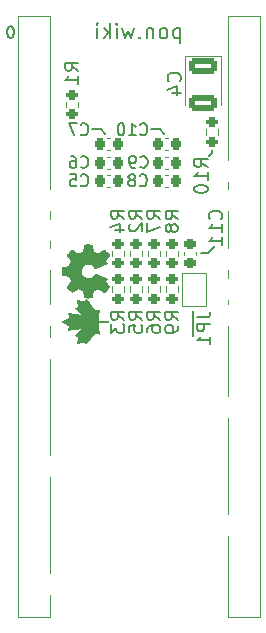
<source format=gbo>
G04 #@! TF.GenerationSoftware,KiCad,Pcbnew,7.0.7*
G04 #@! TF.CreationDate,2023-09-02T23:49:02-04:00*
G04 #@! TF.ProjectId,sfp-snoop2,7366702d-736e-46f6-9f70-322e6b696361,rev?*
G04 #@! TF.SameCoordinates,Original*
G04 #@! TF.FileFunction,Legend,Bot*
G04 #@! TF.FilePolarity,Positive*
%FSLAX46Y46*%
G04 Gerber Fmt 4.6, Leading zero omitted, Abs format (unit mm)*
G04 Created by KiCad (PCBNEW 7.0.7) date 2023-09-02 23:49:02*
%MOMM*%
%LPD*%
G01*
G04 APERTURE LIST*
G04 Aperture macros list*
%AMRoundRect*
0 Rectangle with rounded corners*
0 $1 Rounding radius*
0 $2 $3 $4 $5 $6 $7 $8 $9 X,Y pos of 4 corners*
0 Add a 4 corners polygon primitive as box body*
4,1,4,$2,$3,$4,$5,$6,$7,$8,$9,$2,$3,0*
0 Add four circle primitives for the rounded corners*
1,1,$1+$1,$2,$3*
1,1,$1+$1,$4,$5*
1,1,$1+$1,$6,$7*
1,1,$1+$1,$8,$9*
0 Add four rect primitives between the rounded corners*
20,1,$1+$1,$2,$3,$4,$5,0*
20,1,$1+$1,$4,$5,$6,$7,0*
20,1,$1+$1,$6,$7,$8,$9,0*
20,1,$1+$1,$8,$9,$2,$3,0*%
%AMFreePoly0*
4,1,6,1.000000,0.000000,0.500000,-0.750000,-0.500000,-0.750000,-0.500000,0.750000,0.500000,0.750000,1.000000,0.000000,1.000000,0.000000,$1*%
%AMFreePoly1*
4,1,6,0.500000,-0.750000,-0.650000,-0.750000,-0.150000,0.000000,-0.650000,0.750000,0.500000,0.750000,0.500000,-0.750000,0.500000,-0.750000,$1*%
G04 Aperture macros list end*
%ADD10C,0.150000*%
%ADD11C,0.120000*%
%ADD12C,0.010000*%
%ADD13C,0.200000*%
%ADD14C,1.700000*%
%ADD15O,1.700000X1.700000*%
%ADD16R,1.700000X1.700000*%
%ADD17C,1.550000*%
%ADD18C,1.350000*%
%ADD19RoundRect,0.225000X0.225000X0.250000X-0.225000X0.250000X-0.225000X-0.250000X0.225000X-0.250000X0*%
%ADD20RoundRect,0.200000X0.275000X-0.200000X0.275000X0.200000X-0.275000X0.200000X-0.275000X-0.200000X0*%
%ADD21RoundRect,0.200000X-0.275000X0.200000X-0.275000X-0.200000X0.275000X-0.200000X0.275000X0.200000X0*%
%ADD22RoundRect,0.225000X0.250000X-0.225000X0.250000X0.225000X-0.250000X0.225000X-0.250000X-0.225000X0*%
%ADD23RoundRect,0.225000X-0.225000X-0.250000X0.225000X-0.250000X0.225000X0.250000X-0.225000X0.250000X0*%
%ADD24RoundRect,0.250000X-0.925000X0.412500X-0.925000X-0.412500X0.925000X-0.412500X0.925000X0.412500X0*%
%ADD25FreePoly0,90.000000*%
%ADD26FreePoly1,90.000000*%
G04 APERTURE END LIST*
D10*
X134467600Y-71780400D02*
X135204200Y-71780400D01*
X144627600Y-73787000D02*
X144627600Y-73533000D01*
X144246600Y-82270600D02*
X144880052Y-81637148D01*
X143027400Y-87172800D02*
X143027400Y-89255600D01*
X140208000Y-71780400D02*
X140563600Y-72136000D01*
X144614900Y-73799700D02*
X144374500Y-74040100D01*
X143687800Y-82270600D02*
X144246600Y-82270600D01*
X135204200Y-71780400D02*
X135559800Y-72136000D01*
X139471400Y-71780400D02*
X140208000Y-71780400D01*
G36*
X131884730Y-88094467D02*
G01*
X131924356Y-88123190D01*
X131962117Y-88148234D01*
X132006769Y-88176279D01*
X132058314Y-88207325D01*
X132096506Y-88229690D01*
X132137761Y-88253388D01*
X132182079Y-88278420D01*
X132229460Y-88304786D01*
X132279905Y-88332486D01*
X132333412Y-88361520D01*
X132389983Y-88391887D01*
X132449617Y-88423588D01*
X132512314Y-88456623D01*
X132544811Y-88473641D01*
X132402868Y-88845867D01*
X132402868Y-88859764D01*
X132447940Y-88851720D01*
X132505731Y-88842106D01*
X132551325Y-88834824D01*
X132602572Y-88826845D01*
X132659472Y-88818167D01*
X132722025Y-88808792D01*
X132790232Y-88798719D01*
X132864091Y-88787947D01*
X132943604Y-88776478D01*
X132985481Y-88770482D01*
X133028770Y-88764311D01*
X133073473Y-88757966D01*
X133119590Y-88751446D01*
X133167119Y-88744752D01*
X133216062Y-88737883D01*
X133266418Y-88730840D01*
X133318188Y-88723622D01*
X133371371Y-88716230D01*
X133425967Y-88708663D01*
X133481976Y-88700922D01*
X133539399Y-88693006D01*
X132998430Y-89245886D01*
X132998430Y-89270701D01*
X133048809Y-89285366D01*
X133094232Y-89299211D01*
X133134700Y-89312236D01*
X133180949Y-89328327D01*
X133218389Y-89342961D01*
X133258031Y-89362177D01*
X133280329Y-89384851D01*
X133275390Y-89429444D01*
X133268131Y-89476251D01*
X133260570Y-89521535D01*
X133251195Y-89575543D01*
X133243937Y-89616395D01*
X133235872Y-89661124D01*
X133227000Y-89709730D01*
X133217322Y-89762214D01*
X133206838Y-89818575D01*
X133195547Y-89878814D01*
X133183450Y-89942930D01*
X133177099Y-89976442D01*
X133204892Y-89990338D01*
X133251652Y-89976023D01*
X133297638Y-89962111D01*
X133342848Y-89948603D01*
X133387282Y-89935497D01*
X133430941Y-89922795D01*
X133473825Y-89910496D01*
X133515933Y-89898600D01*
X133557266Y-89887108D01*
X133597823Y-89876018D01*
X133637604Y-89865332D01*
X133676611Y-89855050D01*
X133733666Y-89840382D01*
X133788976Y-89826621D01*
X133842542Y-89813767D01*
X133860010Y-89809685D01*
X133875038Y-89855158D01*
X133890346Y-89897282D01*
X133905933Y-89936055D01*
X133925809Y-89979811D01*
X133946122Y-90018333D01*
X133971072Y-90057649D01*
X133988055Y-90079673D01*
X134788093Y-89051336D01*
X135111682Y-89154567D01*
X135123593Y-89128759D01*
X135119929Y-89080730D01*
X135115349Y-89033815D01*
X135111278Y-88994057D01*
X135106392Y-88947513D01*
X135100692Y-88894184D01*
X135094178Y-88834069D01*
X135086850Y-88767169D01*
X135078708Y-88693484D01*
X135069751Y-88613014D01*
X135064967Y-88570234D01*
X135059980Y-88525758D01*
X135054789Y-88479585D01*
X135049395Y-88431716D01*
X135043797Y-88382151D01*
X135037996Y-88330889D01*
X135031991Y-88277932D01*
X135025782Y-88223277D01*
X135019370Y-88166927D01*
X135058067Y-88176759D01*
X135097785Y-88189757D01*
X135139121Y-88189757D01*
X135179377Y-88189757D01*
X135256648Y-88189757D01*
X135329601Y-88189757D01*
X135398234Y-88189757D01*
X135462548Y-88189757D01*
X135522542Y-88189757D01*
X135578217Y-88189757D01*
X135629572Y-88189757D01*
X135676609Y-88189757D01*
X135719325Y-88189757D01*
X135775302Y-88189757D01*
X135821560Y-88189757D01*
X135868119Y-88189757D01*
X135884920Y-88189757D01*
X135884920Y-88012081D01*
X135860104Y-87999177D01*
X135818908Y-87999177D01*
X135764594Y-87999177D01*
X135711400Y-87999177D01*
X135670005Y-87999177D01*
X135623865Y-87999177D01*
X135572979Y-87999177D01*
X135517346Y-87999177D01*
X135456968Y-87999177D01*
X135391844Y-87999177D01*
X135321974Y-87999177D01*
X135247358Y-87999177D01*
X135167997Y-87999177D01*
X135126536Y-87999177D01*
X135083889Y-87999177D01*
X135019370Y-88024985D01*
X135025721Y-87967644D01*
X135031870Y-87912006D01*
X135037818Y-87858070D01*
X135043564Y-87805836D01*
X135049109Y-87755305D01*
X135054452Y-87706475D01*
X135059593Y-87659348D01*
X135064533Y-87613923D01*
X135069271Y-87570200D01*
X135073808Y-87528179D01*
X135078143Y-87487860D01*
X135086208Y-87412329D01*
X135093466Y-87343607D01*
X135099918Y-87281694D01*
X135105563Y-87226589D01*
X135110402Y-87178292D01*
X135114435Y-87136805D01*
X135118971Y-87087339D01*
X135122197Y-87045216D01*
X135122600Y-87034367D01*
X135110689Y-87023448D01*
X135066499Y-87038837D01*
X135023010Y-87052995D01*
X134983856Y-87065193D01*
X134940825Y-87078166D01*
X134893917Y-87091916D01*
X134843131Y-87106440D01*
X134802498Y-87117842D01*
X134774197Y-87125686D01*
X134736769Y-87075762D01*
X134700170Y-87026988D01*
X134664402Y-86979364D01*
X134629463Y-86932889D01*
X134595354Y-86887563D01*
X134562074Y-86843388D01*
X134529625Y-86800362D01*
X134498005Y-86758485D01*
X134467215Y-86717758D01*
X134437255Y-86678181D01*
X134408124Y-86639754D01*
X134379823Y-86602476D01*
X134352352Y-86566348D01*
X134325711Y-86531369D01*
X134299899Y-86497540D01*
X134274918Y-86464861D01*
X134250766Y-86433331D01*
X134204951Y-86373721D01*
X134162455Y-86318709D01*
X134123278Y-86268295D01*
X134087420Y-86222481D01*
X134054882Y-86181264D01*
X134025662Y-86144647D01*
X133999761Y-86112627D01*
X133988055Y-86098342D01*
X133963240Y-86098342D01*
X133860010Y-86367338D01*
X133819514Y-86358693D01*
X133769760Y-86345991D01*
X133719742Y-86332759D01*
X133680348Y-86322174D01*
X133636116Y-86310178D01*
X133587044Y-86296770D01*
X133533133Y-86281951D01*
X133474383Y-86265720D01*
X133410795Y-86248078D01*
X133342367Y-86229025D01*
X133269101Y-86208560D01*
X133230653Y-86197798D01*
X133190995Y-86186684D01*
X133177099Y-86214477D01*
X133294226Y-86804083D01*
X133246087Y-86822354D01*
X133202170Y-86838828D01*
X133162475Y-86853505D01*
X133116118Y-86870278D01*
X133077267Y-86883857D01*
X133039259Y-86896337D01*
X133000402Y-86906221D01*
X132998430Y-86906321D01*
X132998430Y-86933121D01*
X133539399Y-87487986D01*
X133525502Y-87487986D01*
X133461963Y-87478399D01*
X133400260Y-87469115D01*
X133340393Y-87460136D01*
X133282361Y-87451462D01*
X133226166Y-87443091D01*
X133171806Y-87435026D01*
X133119282Y-87427264D01*
X133068595Y-87419807D01*
X133019743Y-87412654D01*
X132972727Y-87405806D01*
X132927547Y-87399262D01*
X132884203Y-87393022D01*
X132842695Y-87387087D01*
X132803023Y-87381456D01*
X132729187Y-87371107D01*
X132662694Y-87361976D01*
X132603545Y-87354063D01*
X132551739Y-87347366D01*
X132507278Y-87341888D01*
X132454355Y-87335952D01*
X132409494Y-87332300D01*
X132402868Y-87332148D01*
X132402868Y-87343066D01*
X132416730Y-87382460D01*
X132434057Y-87426585D01*
X132452909Y-87473609D01*
X132469958Y-87515717D01*
X132489503Y-87563688D01*
X132511543Y-87617521D01*
X132527622Y-87656667D01*
X132544811Y-87698418D01*
X132505582Y-87720921D01*
X132467554Y-87742771D01*
X132430726Y-87763968D01*
X132395098Y-87784511D01*
X132360670Y-87804401D01*
X132295414Y-87842221D01*
X132234959Y-87877427D01*
X132179303Y-87910020D01*
X132128448Y-87940000D01*
X132082392Y-87967366D01*
X132041137Y-87992119D01*
X132004682Y-88014259D01*
X131959000Y-88042568D01*
X131924119Y-88064998D01*
X131889984Y-88089314D01*
X131884730Y-88094467D01*
G37*
X141932619Y-63233059D02*
X141932619Y-64503059D01*
X141932619Y-63293535D02*
X141811666Y-63233059D01*
X141811666Y-63233059D02*
X141569761Y-63233059D01*
X141569761Y-63233059D02*
X141448809Y-63293535D01*
X141448809Y-63293535D02*
X141388333Y-63354011D01*
X141388333Y-63354011D02*
X141327857Y-63474964D01*
X141327857Y-63474964D02*
X141327857Y-63837821D01*
X141327857Y-63837821D02*
X141388333Y-63958773D01*
X141388333Y-63958773D02*
X141448809Y-64019250D01*
X141448809Y-64019250D02*
X141569761Y-64079726D01*
X141569761Y-64079726D02*
X141811666Y-64079726D01*
X141811666Y-64079726D02*
X141932619Y-64019250D01*
X140602142Y-64079726D02*
X140723094Y-64019250D01*
X140723094Y-64019250D02*
X140783571Y-63958773D01*
X140783571Y-63958773D02*
X140844047Y-63837821D01*
X140844047Y-63837821D02*
X140844047Y-63474964D01*
X140844047Y-63474964D02*
X140783571Y-63354011D01*
X140783571Y-63354011D02*
X140723094Y-63293535D01*
X140723094Y-63293535D02*
X140602142Y-63233059D01*
X140602142Y-63233059D02*
X140420713Y-63233059D01*
X140420713Y-63233059D02*
X140299761Y-63293535D01*
X140299761Y-63293535D02*
X140239285Y-63354011D01*
X140239285Y-63354011D02*
X140178809Y-63474964D01*
X140178809Y-63474964D02*
X140178809Y-63837821D01*
X140178809Y-63837821D02*
X140239285Y-63958773D01*
X140239285Y-63958773D02*
X140299761Y-64019250D01*
X140299761Y-64019250D02*
X140420713Y-64079726D01*
X140420713Y-64079726D02*
X140602142Y-64079726D01*
X139634523Y-63233059D02*
X139634523Y-64079726D01*
X139634523Y-63354011D02*
X139574046Y-63293535D01*
X139574046Y-63293535D02*
X139453094Y-63233059D01*
X139453094Y-63233059D02*
X139271665Y-63233059D01*
X139271665Y-63233059D02*
X139150713Y-63293535D01*
X139150713Y-63293535D02*
X139090237Y-63414488D01*
X139090237Y-63414488D02*
X139090237Y-64079726D01*
X138485475Y-63958773D02*
X138424998Y-64019250D01*
X138424998Y-64019250D02*
X138485475Y-64079726D01*
X138485475Y-64079726D02*
X138545951Y-64019250D01*
X138545951Y-64019250D02*
X138485475Y-63958773D01*
X138485475Y-63958773D02*
X138485475Y-64079726D01*
X138001665Y-63233059D02*
X137759760Y-64079726D01*
X137759760Y-64079726D02*
X137517855Y-63474964D01*
X137517855Y-63474964D02*
X137275951Y-64079726D01*
X137275951Y-64079726D02*
X137034046Y-63233059D01*
X136550237Y-64079726D02*
X136550237Y-63233059D01*
X136550237Y-62809726D02*
X136610713Y-62870202D01*
X136610713Y-62870202D02*
X136550237Y-62930678D01*
X136550237Y-62930678D02*
X136489760Y-62870202D01*
X136489760Y-62870202D02*
X136550237Y-62809726D01*
X136550237Y-62809726D02*
X136550237Y-62930678D01*
X135945475Y-64079726D02*
X135945475Y-62809726D01*
X135824522Y-63595916D02*
X135461665Y-64079726D01*
X135461665Y-63233059D02*
X135945475Y-63716869D01*
X134917380Y-64079726D02*
X134917380Y-63233059D01*
X134917380Y-62809726D02*
X134977856Y-62870202D01*
X134977856Y-62870202D02*
X134917380Y-62930678D01*
X134917380Y-62930678D02*
X134856903Y-62870202D01*
X134856903Y-62870202D02*
X134917380Y-62809726D01*
X134917380Y-62809726D02*
X134917380Y-62930678D01*
X127615744Y-64045180D02*
X127520506Y-64045180D01*
X127520506Y-64045180D02*
X127425268Y-63997561D01*
X127425268Y-63997561D02*
X127377649Y-63949942D01*
X127377649Y-63949942D02*
X127330030Y-63854704D01*
X127330030Y-63854704D02*
X127282411Y-63664228D01*
X127282411Y-63664228D02*
X127282411Y-63426133D01*
X127282411Y-63426133D02*
X127330030Y-63235657D01*
X127330030Y-63235657D02*
X127377649Y-63140419D01*
X127377649Y-63140419D02*
X127425268Y-63092800D01*
X127425268Y-63092800D02*
X127520506Y-63045180D01*
X127520506Y-63045180D02*
X127615744Y-63045180D01*
X127615744Y-63045180D02*
X127710982Y-63092800D01*
X127710982Y-63092800D02*
X127758601Y-63140419D01*
X127758601Y-63140419D02*
X127806220Y-63235657D01*
X127806220Y-63235657D02*
X127853839Y-63426133D01*
X127853839Y-63426133D02*
X127853839Y-63664228D01*
X127853839Y-63664228D02*
X127806220Y-63854704D01*
X127806220Y-63854704D02*
X127758601Y-63949942D01*
X127758601Y-63949942D02*
X127710982Y-63997561D01*
X127710982Y-63997561D02*
X127615744Y-64045180D01*
X133516666Y-72190780D02*
X133564285Y-72238400D01*
X133564285Y-72238400D02*
X133707142Y-72286019D01*
X133707142Y-72286019D02*
X133802380Y-72286019D01*
X133802380Y-72286019D02*
X133945237Y-72238400D01*
X133945237Y-72238400D02*
X134040475Y-72143161D01*
X134040475Y-72143161D02*
X134088094Y-72047923D01*
X134088094Y-72047923D02*
X134135713Y-71857447D01*
X134135713Y-71857447D02*
X134135713Y-71714590D01*
X134135713Y-71714590D02*
X134088094Y-71524114D01*
X134088094Y-71524114D02*
X134040475Y-71428876D01*
X134040475Y-71428876D02*
X133945237Y-71333638D01*
X133945237Y-71333638D02*
X133802380Y-71286019D01*
X133802380Y-71286019D02*
X133707142Y-71286019D01*
X133707142Y-71286019D02*
X133564285Y-71333638D01*
X133564285Y-71333638D02*
X133516666Y-71381257D01*
X133183332Y-71286019D02*
X132516666Y-71286019D01*
X132516666Y-71286019D02*
X132945237Y-72286019D01*
X138722373Y-87922100D02*
X138178087Y-87541100D01*
X138722373Y-87268957D02*
X137579373Y-87268957D01*
X137579373Y-87268957D02*
X137579373Y-87704386D01*
X137579373Y-87704386D02*
X137633802Y-87813243D01*
X137633802Y-87813243D02*
X137688230Y-87867672D01*
X137688230Y-87867672D02*
X137797087Y-87922100D01*
X137797087Y-87922100D02*
X137960373Y-87922100D01*
X137960373Y-87922100D02*
X138069230Y-87867672D01*
X138069230Y-87867672D02*
X138123659Y-87813243D01*
X138123659Y-87813243D02*
X138178087Y-87704386D01*
X138178087Y-87704386D02*
X138178087Y-87268957D01*
X137579373Y-88956243D02*
X137579373Y-88411957D01*
X137579373Y-88411957D02*
X138123659Y-88357529D01*
X138123659Y-88357529D02*
X138069230Y-88411957D01*
X138069230Y-88411957D02*
X138014802Y-88520815D01*
X138014802Y-88520815D02*
X138014802Y-88792957D01*
X138014802Y-88792957D02*
X138069230Y-88901815D01*
X138069230Y-88901815D02*
X138123659Y-88956243D01*
X138123659Y-88956243D02*
X138232516Y-89010672D01*
X138232516Y-89010672D02*
X138504659Y-89010672D01*
X138504659Y-89010672D02*
X138613516Y-88956243D01*
X138613516Y-88956243D02*
X138667945Y-88901815D01*
X138667945Y-88901815D02*
X138722373Y-88792957D01*
X138722373Y-88792957D02*
X138722373Y-88520815D01*
X138722373Y-88520815D02*
X138667945Y-88411957D01*
X138667945Y-88411957D02*
X138613516Y-88357529D01*
X133516666Y-76508780D02*
X133564285Y-76556400D01*
X133564285Y-76556400D02*
X133707142Y-76604019D01*
X133707142Y-76604019D02*
X133802380Y-76604019D01*
X133802380Y-76604019D02*
X133945237Y-76556400D01*
X133945237Y-76556400D02*
X134040475Y-76461161D01*
X134040475Y-76461161D02*
X134088094Y-76365923D01*
X134088094Y-76365923D02*
X134135713Y-76175447D01*
X134135713Y-76175447D02*
X134135713Y-76032590D01*
X134135713Y-76032590D02*
X134088094Y-75842114D01*
X134088094Y-75842114D02*
X134040475Y-75746876D01*
X134040475Y-75746876D02*
X133945237Y-75651638D01*
X133945237Y-75651638D02*
X133802380Y-75604019D01*
X133802380Y-75604019D02*
X133707142Y-75604019D01*
X133707142Y-75604019D02*
X133564285Y-75651638D01*
X133564285Y-75651638D02*
X133516666Y-75699257D01*
X132611904Y-75604019D02*
X133088094Y-75604019D01*
X133088094Y-75604019D02*
X133135713Y-76080209D01*
X133135713Y-76080209D02*
X133088094Y-76032590D01*
X133088094Y-76032590D02*
X132992856Y-75984971D01*
X132992856Y-75984971D02*
X132754761Y-75984971D01*
X132754761Y-75984971D02*
X132659523Y-76032590D01*
X132659523Y-76032590D02*
X132611904Y-76080209D01*
X132611904Y-76080209D02*
X132564285Y-76175447D01*
X132564285Y-76175447D02*
X132564285Y-76413542D01*
X132564285Y-76413542D02*
X132611904Y-76508780D01*
X132611904Y-76508780D02*
X132659523Y-76556400D01*
X132659523Y-76556400D02*
X132754761Y-76604019D01*
X132754761Y-76604019D02*
X132992856Y-76604019D01*
X132992856Y-76604019D02*
X133088094Y-76556400D01*
X133088094Y-76556400D02*
X133135713Y-76508780D01*
X133516666Y-74959380D02*
X133564285Y-75007000D01*
X133564285Y-75007000D02*
X133707142Y-75054619D01*
X133707142Y-75054619D02*
X133802380Y-75054619D01*
X133802380Y-75054619D02*
X133945237Y-75007000D01*
X133945237Y-75007000D02*
X134040475Y-74911761D01*
X134040475Y-74911761D02*
X134088094Y-74816523D01*
X134088094Y-74816523D02*
X134135713Y-74626047D01*
X134135713Y-74626047D02*
X134135713Y-74483190D01*
X134135713Y-74483190D02*
X134088094Y-74292714D01*
X134088094Y-74292714D02*
X134040475Y-74197476D01*
X134040475Y-74197476D02*
X133945237Y-74102238D01*
X133945237Y-74102238D02*
X133802380Y-74054619D01*
X133802380Y-74054619D02*
X133707142Y-74054619D01*
X133707142Y-74054619D02*
X133564285Y-74102238D01*
X133564285Y-74102238D02*
X133516666Y-74149857D01*
X132659523Y-74054619D02*
X132849999Y-74054619D01*
X132849999Y-74054619D02*
X132945237Y-74102238D01*
X132945237Y-74102238D02*
X132992856Y-74149857D01*
X132992856Y-74149857D02*
X133088094Y-74292714D01*
X133088094Y-74292714D02*
X133135713Y-74483190D01*
X133135713Y-74483190D02*
X133135713Y-74864142D01*
X133135713Y-74864142D02*
X133088094Y-74959380D01*
X133088094Y-74959380D02*
X133040475Y-75007000D01*
X133040475Y-75007000D02*
X132945237Y-75054619D01*
X132945237Y-75054619D02*
X132754761Y-75054619D01*
X132754761Y-75054619D02*
X132659523Y-75007000D01*
X132659523Y-75007000D02*
X132611904Y-74959380D01*
X132611904Y-74959380D02*
X132564285Y-74864142D01*
X132564285Y-74864142D02*
X132564285Y-74626047D01*
X132564285Y-74626047D02*
X132611904Y-74530809D01*
X132611904Y-74530809D02*
X132659523Y-74483190D01*
X132659523Y-74483190D02*
X132754761Y-74435571D01*
X132754761Y-74435571D02*
X132945237Y-74435571D01*
X132945237Y-74435571D02*
X133040475Y-74483190D01*
X133040475Y-74483190D02*
X133088094Y-74530809D01*
X133088094Y-74530809D02*
X133135713Y-74626047D01*
X133312173Y-66840100D02*
X132767887Y-66459100D01*
X133312173Y-66186957D02*
X132169173Y-66186957D01*
X132169173Y-66186957D02*
X132169173Y-66622386D01*
X132169173Y-66622386D02*
X132223602Y-66731243D01*
X132223602Y-66731243D02*
X132278030Y-66785672D01*
X132278030Y-66785672D02*
X132386887Y-66840100D01*
X132386887Y-66840100D02*
X132550173Y-66840100D01*
X132550173Y-66840100D02*
X132659030Y-66785672D01*
X132659030Y-66785672D02*
X132713459Y-66731243D01*
X132713459Y-66731243D02*
X132767887Y-66622386D01*
X132767887Y-66622386D02*
X132767887Y-66186957D01*
X133312173Y-67928672D02*
X133312173Y-67275529D01*
X133312173Y-67602100D02*
X132169173Y-67602100D01*
X132169173Y-67602100D02*
X132332459Y-67493243D01*
X132332459Y-67493243D02*
X132441316Y-67384386D01*
X132441316Y-67384386D02*
X132495745Y-67275529D01*
X138722373Y-79336900D02*
X138178087Y-78955900D01*
X138722373Y-78683757D02*
X137579373Y-78683757D01*
X137579373Y-78683757D02*
X137579373Y-79119186D01*
X137579373Y-79119186D02*
X137633802Y-79228043D01*
X137633802Y-79228043D02*
X137688230Y-79282472D01*
X137688230Y-79282472D02*
X137797087Y-79336900D01*
X137797087Y-79336900D02*
X137960373Y-79336900D01*
X137960373Y-79336900D02*
X138069230Y-79282472D01*
X138069230Y-79282472D02*
X138123659Y-79228043D01*
X138123659Y-79228043D02*
X138178087Y-79119186D01*
X138178087Y-79119186D02*
X138178087Y-78683757D01*
X137688230Y-79772329D02*
X137633802Y-79826757D01*
X137633802Y-79826757D02*
X137579373Y-79935615D01*
X137579373Y-79935615D02*
X137579373Y-80207757D01*
X137579373Y-80207757D02*
X137633802Y-80316615D01*
X137633802Y-80316615D02*
X137688230Y-80371043D01*
X137688230Y-80371043D02*
X137797087Y-80425472D01*
X137797087Y-80425472D02*
X137905945Y-80425472D01*
X137905945Y-80425472D02*
X138069230Y-80371043D01*
X138069230Y-80371043D02*
X138722373Y-79717900D01*
X138722373Y-79717900D02*
X138722373Y-80425472D01*
X145369916Y-79376814D02*
X145424345Y-79322386D01*
X145424345Y-79322386D02*
X145478773Y-79159100D01*
X145478773Y-79159100D02*
X145478773Y-79050243D01*
X145478773Y-79050243D02*
X145424345Y-78886957D01*
X145424345Y-78886957D02*
X145315487Y-78778100D01*
X145315487Y-78778100D02*
X145206630Y-78723671D01*
X145206630Y-78723671D02*
X144988916Y-78669243D01*
X144988916Y-78669243D02*
X144825630Y-78669243D01*
X144825630Y-78669243D02*
X144607916Y-78723671D01*
X144607916Y-78723671D02*
X144499059Y-78778100D01*
X144499059Y-78778100D02*
X144390202Y-78886957D01*
X144390202Y-78886957D02*
X144335773Y-79050243D01*
X144335773Y-79050243D02*
X144335773Y-79159100D01*
X144335773Y-79159100D02*
X144390202Y-79322386D01*
X144390202Y-79322386D02*
X144444630Y-79376814D01*
X145478773Y-80465386D02*
X145478773Y-79812243D01*
X145478773Y-80138814D02*
X144335773Y-80138814D01*
X144335773Y-80138814D02*
X144499059Y-80029957D01*
X144499059Y-80029957D02*
X144607916Y-79921100D01*
X144607916Y-79921100D02*
X144662345Y-79812243D01*
X145478773Y-81553957D02*
X145478773Y-80900814D01*
X145478773Y-81227385D02*
X144335773Y-81227385D01*
X144335773Y-81227385D02*
X144499059Y-81118528D01*
X144499059Y-81118528D02*
X144607916Y-81009671D01*
X144607916Y-81009671D02*
X144662345Y-80900814D01*
X137198373Y-87922100D02*
X136654087Y-87541100D01*
X137198373Y-87268957D02*
X136055373Y-87268957D01*
X136055373Y-87268957D02*
X136055373Y-87704386D01*
X136055373Y-87704386D02*
X136109802Y-87813243D01*
X136109802Y-87813243D02*
X136164230Y-87867672D01*
X136164230Y-87867672D02*
X136273087Y-87922100D01*
X136273087Y-87922100D02*
X136436373Y-87922100D01*
X136436373Y-87922100D02*
X136545230Y-87867672D01*
X136545230Y-87867672D02*
X136599659Y-87813243D01*
X136599659Y-87813243D02*
X136654087Y-87704386D01*
X136654087Y-87704386D02*
X136654087Y-87268957D01*
X136055373Y-88303100D02*
X136055373Y-89010672D01*
X136055373Y-89010672D02*
X136490802Y-88629672D01*
X136490802Y-88629672D02*
X136490802Y-88792957D01*
X136490802Y-88792957D02*
X136545230Y-88901815D01*
X136545230Y-88901815D02*
X136599659Y-88956243D01*
X136599659Y-88956243D02*
X136708516Y-89010672D01*
X136708516Y-89010672D02*
X136980659Y-89010672D01*
X136980659Y-89010672D02*
X137089516Y-88956243D01*
X137089516Y-88956243D02*
X137143945Y-88901815D01*
X137143945Y-88901815D02*
X137198373Y-88792957D01*
X137198373Y-88792957D02*
X137198373Y-88466386D01*
X137198373Y-88466386D02*
X137143945Y-88357529D01*
X137143945Y-88357529D02*
X137089516Y-88303100D01*
X138537792Y-72190780D02*
X138585411Y-72238400D01*
X138585411Y-72238400D02*
X138728268Y-72286019D01*
X138728268Y-72286019D02*
X138823506Y-72286019D01*
X138823506Y-72286019D02*
X138966363Y-72238400D01*
X138966363Y-72238400D02*
X139061601Y-72143161D01*
X139061601Y-72143161D02*
X139109220Y-72047923D01*
X139109220Y-72047923D02*
X139156839Y-71857447D01*
X139156839Y-71857447D02*
X139156839Y-71714590D01*
X139156839Y-71714590D02*
X139109220Y-71524114D01*
X139109220Y-71524114D02*
X139061601Y-71428876D01*
X139061601Y-71428876D02*
X138966363Y-71333638D01*
X138966363Y-71333638D02*
X138823506Y-71286019D01*
X138823506Y-71286019D02*
X138728268Y-71286019D01*
X138728268Y-71286019D02*
X138585411Y-71333638D01*
X138585411Y-71333638D02*
X138537792Y-71381257D01*
X137585411Y-72286019D02*
X138156839Y-72286019D01*
X137871125Y-72286019D02*
X137871125Y-71286019D01*
X137871125Y-71286019D02*
X137966363Y-71428876D01*
X137966363Y-71428876D02*
X138061601Y-71524114D01*
X138061601Y-71524114D02*
X138156839Y-71571733D01*
X136966363Y-71286019D02*
X136871125Y-71286019D01*
X136871125Y-71286019D02*
X136775887Y-71333638D01*
X136775887Y-71333638D02*
X136728268Y-71381257D01*
X136728268Y-71381257D02*
X136680649Y-71476495D01*
X136680649Y-71476495D02*
X136633030Y-71666971D01*
X136633030Y-71666971D02*
X136633030Y-71905066D01*
X136633030Y-71905066D02*
X136680649Y-72095542D01*
X136680649Y-72095542D02*
X136728268Y-72190780D01*
X136728268Y-72190780D02*
X136775887Y-72238400D01*
X136775887Y-72238400D02*
X136871125Y-72286019D01*
X136871125Y-72286019D02*
X136966363Y-72286019D01*
X136966363Y-72286019D02*
X137061601Y-72238400D01*
X137061601Y-72238400D02*
X137109220Y-72190780D01*
X137109220Y-72190780D02*
X137156839Y-72095542D01*
X137156839Y-72095542D02*
X137204458Y-71905066D01*
X137204458Y-71905066D02*
X137204458Y-71666971D01*
X137204458Y-71666971D02*
X137156839Y-71476495D01*
X137156839Y-71476495D02*
X137109220Y-71381257D01*
X137109220Y-71381257D02*
X137061601Y-71333638D01*
X137061601Y-71333638D02*
X136966363Y-71286019D01*
X141890116Y-67703700D02*
X141944545Y-67649272D01*
X141944545Y-67649272D02*
X141998973Y-67485986D01*
X141998973Y-67485986D02*
X141998973Y-67377129D01*
X141998973Y-67377129D02*
X141944545Y-67213843D01*
X141944545Y-67213843D02*
X141835687Y-67104986D01*
X141835687Y-67104986D02*
X141726830Y-67050557D01*
X141726830Y-67050557D02*
X141509116Y-66996129D01*
X141509116Y-66996129D02*
X141345830Y-66996129D01*
X141345830Y-66996129D02*
X141128116Y-67050557D01*
X141128116Y-67050557D02*
X141019259Y-67104986D01*
X141019259Y-67104986D02*
X140910402Y-67213843D01*
X140910402Y-67213843D02*
X140855973Y-67377129D01*
X140855973Y-67377129D02*
X140855973Y-67485986D01*
X140855973Y-67485986D02*
X140910402Y-67649272D01*
X140910402Y-67649272D02*
X140964830Y-67703700D01*
X141236973Y-68683415D02*
X141998973Y-68683415D01*
X140801545Y-68411272D02*
X141617973Y-68139129D01*
X141617973Y-68139129D02*
X141617973Y-68846700D01*
X138545866Y-74959380D02*
X138593485Y-75007000D01*
X138593485Y-75007000D02*
X138736342Y-75054619D01*
X138736342Y-75054619D02*
X138831580Y-75054619D01*
X138831580Y-75054619D02*
X138974437Y-75007000D01*
X138974437Y-75007000D02*
X139069675Y-74911761D01*
X139069675Y-74911761D02*
X139117294Y-74816523D01*
X139117294Y-74816523D02*
X139164913Y-74626047D01*
X139164913Y-74626047D02*
X139164913Y-74483190D01*
X139164913Y-74483190D02*
X139117294Y-74292714D01*
X139117294Y-74292714D02*
X139069675Y-74197476D01*
X139069675Y-74197476D02*
X138974437Y-74102238D01*
X138974437Y-74102238D02*
X138831580Y-74054619D01*
X138831580Y-74054619D02*
X138736342Y-74054619D01*
X138736342Y-74054619D02*
X138593485Y-74102238D01*
X138593485Y-74102238D02*
X138545866Y-74149857D01*
X138069675Y-75054619D02*
X137879199Y-75054619D01*
X137879199Y-75054619D02*
X137783961Y-75007000D01*
X137783961Y-75007000D02*
X137736342Y-74959380D01*
X137736342Y-74959380D02*
X137641104Y-74816523D01*
X137641104Y-74816523D02*
X137593485Y-74626047D01*
X137593485Y-74626047D02*
X137593485Y-74245095D01*
X137593485Y-74245095D02*
X137641104Y-74149857D01*
X137641104Y-74149857D02*
X137688723Y-74102238D01*
X137688723Y-74102238D02*
X137783961Y-74054619D01*
X137783961Y-74054619D02*
X137974437Y-74054619D01*
X137974437Y-74054619D02*
X138069675Y-74102238D01*
X138069675Y-74102238D02*
X138117294Y-74149857D01*
X138117294Y-74149857D02*
X138164913Y-74245095D01*
X138164913Y-74245095D02*
X138164913Y-74483190D01*
X138164913Y-74483190D02*
X138117294Y-74578428D01*
X138117294Y-74578428D02*
X138069675Y-74626047D01*
X138069675Y-74626047D02*
X137974437Y-74673666D01*
X137974437Y-74673666D02*
X137783961Y-74673666D01*
X137783961Y-74673666D02*
X137688723Y-74626047D01*
X137688723Y-74626047D02*
X137641104Y-74578428D01*
X137641104Y-74578428D02*
X137593485Y-74483190D01*
X141704219Y-79387700D02*
X141228028Y-79006700D01*
X141704219Y-78734557D02*
X140704219Y-78734557D01*
X140704219Y-78734557D02*
X140704219Y-79169986D01*
X140704219Y-79169986D02*
X140751838Y-79278843D01*
X140751838Y-79278843D02*
X140799457Y-79333272D01*
X140799457Y-79333272D02*
X140894695Y-79387700D01*
X140894695Y-79387700D02*
X141037552Y-79387700D01*
X141037552Y-79387700D02*
X141132790Y-79333272D01*
X141132790Y-79333272D02*
X141180409Y-79278843D01*
X141180409Y-79278843D02*
X141228028Y-79169986D01*
X141228028Y-79169986D02*
X141228028Y-78734557D01*
X141132790Y-80040843D02*
X141085171Y-79931986D01*
X141085171Y-79931986D02*
X141037552Y-79877557D01*
X141037552Y-79877557D02*
X140942314Y-79823129D01*
X140942314Y-79823129D02*
X140894695Y-79823129D01*
X140894695Y-79823129D02*
X140799457Y-79877557D01*
X140799457Y-79877557D02*
X140751838Y-79931986D01*
X140751838Y-79931986D02*
X140704219Y-80040843D01*
X140704219Y-80040843D02*
X140704219Y-80258557D01*
X140704219Y-80258557D02*
X140751838Y-80367415D01*
X140751838Y-80367415D02*
X140799457Y-80421843D01*
X140799457Y-80421843D02*
X140894695Y-80476272D01*
X140894695Y-80476272D02*
X140942314Y-80476272D01*
X140942314Y-80476272D02*
X141037552Y-80421843D01*
X141037552Y-80421843D02*
X141085171Y-80367415D01*
X141085171Y-80367415D02*
X141132790Y-80258557D01*
X141132790Y-80258557D02*
X141132790Y-80040843D01*
X141132790Y-80040843D02*
X141180409Y-79931986D01*
X141180409Y-79931986D02*
X141228028Y-79877557D01*
X141228028Y-79877557D02*
X141323266Y-79823129D01*
X141323266Y-79823129D02*
X141513742Y-79823129D01*
X141513742Y-79823129D02*
X141608980Y-79877557D01*
X141608980Y-79877557D02*
X141656600Y-79931986D01*
X141656600Y-79931986D02*
X141704219Y-80040843D01*
X141704219Y-80040843D02*
X141704219Y-80258557D01*
X141704219Y-80258557D02*
X141656600Y-80367415D01*
X141656600Y-80367415D02*
X141608980Y-80421843D01*
X141608980Y-80421843D02*
X141513742Y-80476272D01*
X141513742Y-80476272D02*
X141323266Y-80476272D01*
X141323266Y-80476272D02*
X141228028Y-80421843D01*
X141228028Y-80421843D02*
X141180409Y-80367415D01*
X141180409Y-80367415D02*
X141132790Y-80258557D01*
X140246373Y-87922100D02*
X139702087Y-87541100D01*
X140246373Y-87268957D02*
X139103373Y-87268957D01*
X139103373Y-87268957D02*
X139103373Y-87704386D01*
X139103373Y-87704386D02*
X139157802Y-87813243D01*
X139157802Y-87813243D02*
X139212230Y-87867672D01*
X139212230Y-87867672D02*
X139321087Y-87922100D01*
X139321087Y-87922100D02*
X139484373Y-87922100D01*
X139484373Y-87922100D02*
X139593230Y-87867672D01*
X139593230Y-87867672D02*
X139647659Y-87813243D01*
X139647659Y-87813243D02*
X139702087Y-87704386D01*
X139702087Y-87704386D02*
X139702087Y-87268957D01*
X139103373Y-88901815D02*
X139103373Y-88684100D01*
X139103373Y-88684100D02*
X139157802Y-88575243D01*
X139157802Y-88575243D02*
X139212230Y-88520815D01*
X139212230Y-88520815D02*
X139375516Y-88411957D01*
X139375516Y-88411957D02*
X139593230Y-88357529D01*
X139593230Y-88357529D02*
X140028659Y-88357529D01*
X140028659Y-88357529D02*
X140137516Y-88411957D01*
X140137516Y-88411957D02*
X140191945Y-88466386D01*
X140191945Y-88466386D02*
X140246373Y-88575243D01*
X140246373Y-88575243D02*
X140246373Y-88792957D01*
X140246373Y-88792957D02*
X140191945Y-88901815D01*
X140191945Y-88901815D02*
X140137516Y-88956243D01*
X140137516Y-88956243D02*
X140028659Y-89010672D01*
X140028659Y-89010672D02*
X139756516Y-89010672D01*
X139756516Y-89010672D02*
X139647659Y-88956243D01*
X139647659Y-88956243D02*
X139593230Y-88901815D01*
X139593230Y-88901815D02*
X139538802Y-88792957D01*
X139538802Y-88792957D02*
X139538802Y-88575243D01*
X139538802Y-88575243D02*
X139593230Y-88466386D01*
X139593230Y-88466386D02*
X139647659Y-88411957D01*
X139647659Y-88411957D02*
X139756516Y-88357529D01*
X143345173Y-87693500D02*
X144161602Y-87693500D01*
X144161602Y-87693500D02*
X144324887Y-87639071D01*
X144324887Y-87639071D02*
X144433745Y-87530214D01*
X144433745Y-87530214D02*
X144488173Y-87366928D01*
X144488173Y-87366928D02*
X144488173Y-87258071D01*
X144488173Y-88237785D02*
X143345173Y-88237785D01*
X143345173Y-88237785D02*
X143345173Y-88673214D01*
X143345173Y-88673214D02*
X143399602Y-88782071D01*
X143399602Y-88782071D02*
X143454030Y-88836500D01*
X143454030Y-88836500D02*
X143562887Y-88890928D01*
X143562887Y-88890928D02*
X143726173Y-88890928D01*
X143726173Y-88890928D02*
X143835030Y-88836500D01*
X143835030Y-88836500D02*
X143889459Y-88782071D01*
X143889459Y-88782071D02*
X143943887Y-88673214D01*
X143943887Y-88673214D02*
X143943887Y-88237785D01*
X144488173Y-89979500D02*
X144488173Y-89326357D01*
X144488173Y-89652928D02*
X143345173Y-89652928D01*
X143345173Y-89652928D02*
X143508459Y-89544071D01*
X143508459Y-89544071D02*
X143617316Y-89435214D01*
X143617316Y-89435214D02*
X143671745Y-89326357D01*
X138495066Y-76508780D02*
X138542685Y-76556400D01*
X138542685Y-76556400D02*
X138685542Y-76604019D01*
X138685542Y-76604019D02*
X138780780Y-76604019D01*
X138780780Y-76604019D02*
X138923637Y-76556400D01*
X138923637Y-76556400D02*
X139018875Y-76461161D01*
X139018875Y-76461161D02*
X139066494Y-76365923D01*
X139066494Y-76365923D02*
X139114113Y-76175447D01*
X139114113Y-76175447D02*
X139114113Y-76032590D01*
X139114113Y-76032590D02*
X139066494Y-75842114D01*
X139066494Y-75842114D02*
X139018875Y-75746876D01*
X139018875Y-75746876D02*
X138923637Y-75651638D01*
X138923637Y-75651638D02*
X138780780Y-75604019D01*
X138780780Y-75604019D02*
X138685542Y-75604019D01*
X138685542Y-75604019D02*
X138542685Y-75651638D01*
X138542685Y-75651638D02*
X138495066Y-75699257D01*
X137923637Y-76032590D02*
X138018875Y-75984971D01*
X138018875Y-75984971D02*
X138066494Y-75937352D01*
X138066494Y-75937352D02*
X138114113Y-75842114D01*
X138114113Y-75842114D02*
X138114113Y-75794495D01*
X138114113Y-75794495D02*
X138066494Y-75699257D01*
X138066494Y-75699257D02*
X138018875Y-75651638D01*
X138018875Y-75651638D02*
X137923637Y-75604019D01*
X137923637Y-75604019D02*
X137733161Y-75604019D01*
X137733161Y-75604019D02*
X137637923Y-75651638D01*
X137637923Y-75651638D02*
X137590304Y-75699257D01*
X137590304Y-75699257D02*
X137542685Y-75794495D01*
X137542685Y-75794495D02*
X137542685Y-75842114D01*
X137542685Y-75842114D02*
X137590304Y-75937352D01*
X137590304Y-75937352D02*
X137637923Y-75984971D01*
X137637923Y-75984971D02*
X137733161Y-76032590D01*
X137733161Y-76032590D02*
X137923637Y-76032590D01*
X137923637Y-76032590D02*
X138018875Y-76080209D01*
X138018875Y-76080209D02*
X138066494Y-76127828D01*
X138066494Y-76127828D02*
X138114113Y-76223066D01*
X138114113Y-76223066D02*
X138114113Y-76413542D01*
X138114113Y-76413542D02*
X138066494Y-76508780D01*
X138066494Y-76508780D02*
X138018875Y-76556400D01*
X138018875Y-76556400D02*
X137923637Y-76604019D01*
X137923637Y-76604019D02*
X137733161Y-76604019D01*
X137733161Y-76604019D02*
X137637923Y-76556400D01*
X137637923Y-76556400D02*
X137590304Y-76508780D01*
X137590304Y-76508780D02*
X137542685Y-76413542D01*
X137542685Y-76413542D02*
X137542685Y-76223066D01*
X137542685Y-76223066D02*
X137590304Y-76127828D01*
X137590304Y-76127828D02*
X137637923Y-76080209D01*
X137637923Y-76080209D02*
X137733161Y-76032590D01*
X141770373Y-87922100D02*
X141226087Y-87541100D01*
X141770373Y-87268957D02*
X140627373Y-87268957D01*
X140627373Y-87268957D02*
X140627373Y-87704386D01*
X140627373Y-87704386D02*
X140681802Y-87813243D01*
X140681802Y-87813243D02*
X140736230Y-87867672D01*
X140736230Y-87867672D02*
X140845087Y-87922100D01*
X140845087Y-87922100D02*
X141008373Y-87922100D01*
X141008373Y-87922100D02*
X141117230Y-87867672D01*
X141117230Y-87867672D02*
X141171659Y-87813243D01*
X141171659Y-87813243D02*
X141226087Y-87704386D01*
X141226087Y-87704386D02*
X141226087Y-87268957D01*
X141770373Y-88466386D02*
X141770373Y-88684100D01*
X141770373Y-88684100D02*
X141715945Y-88792957D01*
X141715945Y-88792957D02*
X141661516Y-88847386D01*
X141661516Y-88847386D02*
X141498230Y-88956243D01*
X141498230Y-88956243D02*
X141280516Y-89010672D01*
X141280516Y-89010672D02*
X140845087Y-89010672D01*
X140845087Y-89010672D02*
X140736230Y-88956243D01*
X140736230Y-88956243D02*
X140681802Y-88901815D01*
X140681802Y-88901815D02*
X140627373Y-88792957D01*
X140627373Y-88792957D02*
X140627373Y-88575243D01*
X140627373Y-88575243D02*
X140681802Y-88466386D01*
X140681802Y-88466386D02*
X140736230Y-88411957D01*
X140736230Y-88411957D02*
X140845087Y-88357529D01*
X140845087Y-88357529D02*
X141117230Y-88357529D01*
X141117230Y-88357529D02*
X141226087Y-88411957D01*
X141226087Y-88411957D02*
X141280516Y-88466386D01*
X141280516Y-88466386D02*
X141334945Y-88575243D01*
X141334945Y-88575243D02*
X141334945Y-88792957D01*
X141334945Y-88792957D02*
X141280516Y-88901815D01*
X141280516Y-88901815D02*
X141226087Y-88956243D01*
X141226087Y-88956243D02*
X141117230Y-89010672D01*
X140246373Y-79362300D02*
X139702087Y-78981300D01*
X140246373Y-78709157D02*
X139103373Y-78709157D01*
X139103373Y-78709157D02*
X139103373Y-79144586D01*
X139103373Y-79144586D02*
X139157802Y-79253443D01*
X139157802Y-79253443D02*
X139212230Y-79307872D01*
X139212230Y-79307872D02*
X139321087Y-79362300D01*
X139321087Y-79362300D02*
X139484373Y-79362300D01*
X139484373Y-79362300D02*
X139593230Y-79307872D01*
X139593230Y-79307872D02*
X139647659Y-79253443D01*
X139647659Y-79253443D02*
X139702087Y-79144586D01*
X139702087Y-79144586D02*
X139702087Y-78709157D01*
X139103373Y-79743300D02*
X139103373Y-80505300D01*
X139103373Y-80505300D02*
X140246373Y-80015443D01*
X137198373Y-79336900D02*
X136654087Y-78955900D01*
X137198373Y-78683757D02*
X136055373Y-78683757D01*
X136055373Y-78683757D02*
X136055373Y-79119186D01*
X136055373Y-79119186D02*
X136109802Y-79228043D01*
X136109802Y-79228043D02*
X136164230Y-79282472D01*
X136164230Y-79282472D02*
X136273087Y-79336900D01*
X136273087Y-79336900D02*
X136436373Y-79336900D01*
X136436373Y-79336900D02*
X136545230Y-79282472D01*
X136545230Y-79282472D02*
X136599659Y-79228043D01*
X136599659Y-79228043D02*
X136654087Y-79119186D01*
X136654087Y-79119186D02*
X136654087Y-78683757D01*
X136436373Y-80316615D02*
X137198373Y-80316615D01*
X136000945Y-80044472D02*
X136817373Y-79772329D01*
X136817373Y-79772329D02*
X136817373Y-80479900D01*
X144259573Y-74982614D02*
X143715287Y-74601614D01*
X144259573Y-74329471D02*
X143116573Y-74329471D01*
X143116573Y-74329471D02*
X143116573Y-74764900D01*
X143116573Y-74764900D02*
X143171002Y-74873757D01*
X143171002Y-74873757D02*
X143225430Y-74928186D01*
X143225430Y-74928186D02*
X143334287Y-74982614D01*
X143334287Y-74982614D02*
X143497573Y-74982614D01*
X143497573Y-74982614D02*
X143606430Y-74928186D01*
X143606430Y-74928186D02*
X143660859Y-74873757D01*
X143660859Y-74873757D02*
X143715287Y-74764900D01*
X143715287Y-74764900D02*
X143715287Y-74329471D01*
X144259573Y-76071186D02*
X144259573Y-75418043D01*
X144259573Y-75744614D02*
X143116573Y-75744614D01*
X143116573Y-75744614D02*
X143279859Y-75635757D01*
X143279859Y-75635757D02*
X143388716Y-75526900D01*
X143388716Y-75526900D02*
X143443145Y-75418043D01*
X143116573Y-76778757D02*
X143116573Y-76887614D01*
X143116573Y-76887614D02*
X143171002Y-76996471D01*
X143171002Y-76996471D02*
X143225430Y-77050900D01*
X143225430Y-77050900D02*
X143334287Y-77105328D01*
X143334287Y-77105328D02*
X143552002Y-77159757D01*
X143552002Y-77159757D02*
X143824145Y-77159757D01*
X143824145Y-77159757D02*
X144041859Y-77105328D01*
X144041859Y-77105328D02*
X144150716Y-77050900D01*
X144150716Y-77050900D02*
X144205145Y-76996471D01*
X144205145Y-76996471D02*
X144259573Y-76887614D01*
X144259573Y-76887614D02*
X144259573Y-76778757D01*
X144259573Y-76778757D02*
X144205145Y-76669900D01*
X144205145Y-76669900D02*
X144150716Y-76615471D01*
X144150716Y-76615471D02*
X144041859Y-76561042D01*
X144041859Y-76561042D02*
X143824145Y-76506614D01*
X143824145Y-76506614D02*
X143552002Y-76506614D01*
X143552002Y-76506614D02*
X143334287Y-76561042D01*
X143334287Y-76561042D02*
X143225430Y-76615471D01*
X143225430Y-76615471D02*
X143171002Y-76669900D01*
X143171002Y-76669900D02*
X143116573Y-76778757D01*
D11*
X145990000Y-62170000D02*
X145990000Y-74350000D01*
X145990000Y-62170000D02*
X148650000Y-62170000D01*
X145990000Y-76200000D02*
X145990000Y-76850000D01*
X145990000Y-78700000D02*
X145990000Y-81850000D01*
X145990000Y-83700000D02*
X145990000Y-84350000D01*
X145990000Y-86200000D02*
X145990000Y-86550000D01*
X145990000Y-88400000D02*
X145990000Y-94350000D01*
X145990000Y-96200000D02*
X145990000Y-104350000D01*
X145990000Y-106200000D02*
X145990000Y-113090000D01*
X145990000Y-113090000D02*
X148650000Y-113090000D01*
X148650000Y-62170000D02*
X148650000Y-113090000D01*
X128210000Y-62170000D02*
X128210000Y-113090000D01*
X128210000Y-62170000D02*
X130870000Y-62170000D01*
X128210000Y-113090000D02*
X130870000Y-113090000D01*
X130870000Y-62170000D02*
X130870000Y-76850000D01*
X130870000Y-78700000D02*
X130870000Y-79350000D01*
X130870000Y-81200000D02*
X130870000Y-81850000D01*
X130870000Y-83700000D02*
X130870000Y-86550000D01*
X130870000Y-88400000D02*
X130870000Y-89350000D01*
X130870000Y-91200000D02*
X130870000Y-99350000D01*
X130870000Y-101200000D02*
X130870000Y-109350000D01*
X130870000Y-111200000D02*
X130870000Y-113090000D01*
X136015580Y-73560400D02*
X135734420Y-73560400D01*
X136015580Y-72540400D02*
X135734420Y-72540400D01*
X137678900Y-85530458D02*
X137678900Y-85055942D01*
X138723900Y-85530458D02*
X138723900Y-85055942D01*
X136015580Y-76659200D02*
X135734420Y-76659200D01*
X136015580Y-75639200D02*
X135734420Y-75639200D01*
X136015580Y-75109800D02*
X135734420Y-75109800D01*
X136015580Y-74089800D02*
X135734420Y-74089800D01*
X132268700Y-69922658D02*
X132268700Y-69448142D01*
X133313700Y-69922658D02*
X133313700Y-69448142D01*
X138723900Y-82045542D02*
X138723900Y-82520058D01*
X137678900Y-82045542D02*
X137678900Y-82520058D01*
X142263400Y-82423380D02*
X142263400Y-82142220D01*
X143283400Y-82423380D02*
X143283400Y-82142220D01*
X136154900Y-85530458D02*
X136154900Y-85055942D01*
X137199900Y-85530458D02*
X137199900Y-85055942D01*
X140651620Y-72540400D02*
X140932780Y-72540400D01*
X140651620Y-73560400D02*
X140932780Y-73560400D01*
X145350200Y-65535800D02*
X145350200Y-69745800D01*
X142330200Y-65535800D02*
X145350200Y-65535800D01*
X142330200Y-69745800D02*
X142330200Y-65535800D01*
D12*
X134171853Y-81530023D02*
X134245344Y-81531381D01*
X134311194Y-81533772D01*
X134365045Y-81537194D01*
X134402538Y-81541644D01*
X134419316Y-81547118D01*
X134421209Y-81550440D01*
X134429326Y-81575213D01*
X134440066Y-81618189D01*
X134452253Y-81674398D01*
X134464710Y-81738875D01*
X134468677Y-81760630D01*
X134487129Y-81861107D01*
X134501959Y-81940074D01*
X134513780Y-82000266D01*
X134523209Y-82044422D01*
X134530860Y-82075280D01*
X134537348Y-82095575D01*
X134543288Y-82108046D01*
X134549294Y-82115429D01*
X134550302Y-82116287D01*
X134571319Y-82128362D01*
X134609776Y-82146229D01*
X134661161Y-82168158D01*
X134720963Y-82192416D01*
X134784670Y-82217273D01*
X134847771Y-82240995D01*
X134905755Y-82261853D01*
X134954109Y-82278113D01*
X134988322Y-82288044D01*
X135003883Y-82289915D01*
X135005902Y-82288664D01*
X135025428Y-82275714D01*
X135061442Y-82251360D01*
X135110628Y-82217860D01*
X135169667Y-82177473D01*
X135235242Y-82132455D01*
X135253284Y-82120100D01*
X135317999Y-82076655D01*
X135375876Y-82039109D01*
X135423482Y-82009606D01*
X135457385Y-81990286D01*
X135474152Y-81983295D01*
X135478561Y-81984802D01*
X135500282Y-82000505D01*
X135535754Y-82031486D01*
X135582588Y-82075527D01*
X135638396Y-82130410D01*
X135700792Y-82193914D01*
X135735717Y-82230212D01*
X135790111Y-82287605D01*
X135836702Y-82337839D01*
X135873036Y-82378216D01*
X135896661Y-82406039D01*
X135905124Y-82418610D01*
X135901987Y-82427248D01*
X135887147Y-82453840D01*
X135862877Y-82492459D01*
X135832252Y-82538066D01*
X135809903Y-82570493D01*
X135765522Y-82635230D01*
X135718387Y-82704314D01*
X135675555Y-82767413D01*
X135591947Y-82891022D01*
X135648050Y-82994783D01*
X135660999Y-83019216D01*
X135683149Y-83063648D01*
X135698441Y-83098009D01*
X135704143Y-83116372D01*
X135696821Y-83122382D01*
X135668941Y-83137305D01*
X135622975Y-83159348D01*
X135561841Y-83187283D01*
X135488455Y-83219883D01*
X135405735Y-83255924D01*
X135316597Y-83294177D01*
X135223959Y-83333417D01*
X135130737Y-83372417D01*
X135039850Y-83409951D01*
X134954214Y-83444791D01*
X134876745Y-83475712D01*
X134810362Y-83501486D01*
X134757982Y-83520889D01*
X134722521Y-83532692D01*
X134706896Y-83535669D01*
X134706439Y-83535468D01*
X134691995Y-83521599D01*
X134669374Y-83492589D01*
X134643264Y-83454428D01*
X134635292Y-83442383D01*
X134559656Y-83350731D01*
X134469569Y-83274877D01*
X134368781Y-83216619D01*
X134261040Y-83177752D01*
X134150097Y-83160072D01*
X134039703Y-83165374D01*
X133941515Y-83186853D01*
X133842366Y-83225418D01*
X133753912Y-83281638D01*
X133669887Y-83358790D01*
X133643045Y-83389105D01*
X133576910Y-83487106D01*
X133532370Y-83592973D01*
X133509025Y-83703639D01*
X133506478Y-83816036D01*
X133524329Y-83927095D01*
X133562180Y-84033749D01*
X133619632Y-84132930D01*
X133696287Y-84221569D01*
X133791745Y-84296600D01*
X133815385Y-84311025D01*
X133923434Y-84360057D01*
X134035948Y-84386097D01*
X134150014Y-84389828D01*
X134262718Y-84371932D01*
X134371145Y-84333091D01*
X134472382Y-84273986D01*
X134563514Y-84195300D01*
X134641628Y-84097715D01*
X134643733Y-84094546D01*
X134670340Y-84056789D01*
X134692961Y-84028491D01*
X134706896Y-84015566D01*
X134717821Y-84017197D01*
X134749631Y-84027336D01*
X134798934Y-84045316D01*
X134862813Y-84069908D01*
X134938348Y-84099889D01*
X135022623Y-84134030D01*
X135112720Y-84171108D01*
X135205721Y-84209894D01*
X135298708Y-84249164D01*
X135388764Y-84287691D01*
X135472971Y-84324250D01*
X135548410Y-84357614D01*
X135612165Y-84386557D01*
X135661317Y-84409854D01*
X135692949Y-84426277D01*
X135704143Y-84434602D01*
X135702627Y-84441526D01*
X135691731Y-84468723D01*
X135672628Y-84508920D01*
X135648050Y-84556191D01*
X135591947Y-84659952D01*
X135675555Y-84783561D01*
X135700313Y-84820080D01*
X135746571Y-84888006D01*
X135792903Y-84955725D01*
X135832252Y-85012909D01*
X135853697Y-85044468D01*
X135880339Y-85085486D01*
X135898578Y-85115899D01*
X135905341Y-85130754D01*
X135902470Y-85137135D01*
X135884885Y-85160204D01*
X135853923Y-85195767D01*
X135812631Y-85240729D01*
X135764053Y-85291994D01*
X135711235Y-85346467D01*
X135657223Y-85401052D01*
X135605061Y-85452653D01*
X135557796Y-85498176D01*
X135518472Y-85534525D01*
X135490136Y-85558605D01*
X135475832Y-85567319D01*
X135473111Y-85566817D01*
X135450960Y-85556445D01*
X135412635Y-85534288D01*
X135361600Y-85502488D01*
X135301314Y-85463184D01*
X135235242Y-85418519D01*
X135217017Y-85405993D01*
X135152885Y-85362007D01*
X135096189Y-85323263D01*
X135050244Y-85292018D01*
X135018370Y-85270531D01*
X135003883Y-85261060D01*
X135003262Y-85260827D01*
X134985539Y-85263622D01*
X134949635Y-85274297D01*
X134900062Y-85291119D01*
X134841332Y-85312357D01*
X134777956Y-85336279D01*
X134714446Y-85361154D01*
X134655313Y-85385250D01*
X134605069Y-85406835D01*
X134568226Y-85424177D01*
X134549294Y-85435545D01*
X134548119Y-85436684D01*
X134542173Y-85444824D01*
X134536176Y-85458571D01*
X134529514Y-85480663D01*
X134521573Y-85513837D01*
X134511737Y-85560830D01*
X134499391Y-85624380D01*
X134483920Y-85707224D01*
X134464710Y-85812100D01*
X134460667Y-85833852D01*
X134448169Y-85896164D01*
X134436327Y-85948581D01*
X134426317Y-85986134D01*
X134419316Y-86003857D01*
X134413475Y-86006822D01*
X134385416Y-86011765D01*
X134338900Y-86015682D01*
X134278286Y-86018571D01*
X134207932Y-86020427D01*
X134132196Y-86021248D01*
X134055437Y-86021032D01*
X133982012Y-86019774D01*
X133916280Y-86017472D01*
X133862600Y-86014124D01*
X133825330Y-86009726D01*
X133808827Y-86004274D01*
X133806389Y-85998709D01*
X133798705Y-85971022D01*
X133787836Y-85924221D01*
X133774592Y-85862043D01*
X133759784Y-85788221D01*
X133744223Y-85706490D01*
X133735909Y-85661864D01*
X133721492Y-85585376D01*
X133708867Y-85519540D01*
X133698721Y-85467877D01*
X133691741Y-85433907D01*
X133688612Y-85421152D01*
X133687968Y-85420672D01*
X133671581Y-85412549D01*
X133637252Y-85397063D01*
X133589536Y-85376150D01*
X133532986Y-85351745D01*
X133472158Y-85325784D01*
X133411606Y-85300203D01*
X133355885Y-85276938D01*
X133309550Y-85257923D01*
X133277155Y-85245095D01*
X133263255Y-85240388D01*
X133258365Y-85242464D01*
X133235092Y-85256280D01*
X133195919Y-85281340D01*
X133143920Y-85315632D01*
X133082168Y-85357141D01*
X133013736Y-85403854D01*
X132976260Y-85429482D01*
X132910556Y-85473710D01*
X132852892Y-85511630D01*
X132806414Y-85541220D01*
X132774265Y-85560457D01*
X132759590Y-85567319D01*
X132751630Y-85562551D01*
X132727846Y-85542607D01*
X132691851Y-85509887D01*
X132646695Y-85467395D01*
X132595428Y-85418135D01*
X132541101Y-85365109D01*
X132486764Y-85311323D01*
X132435467Y-85259779D01*
X132390259Y-85213480D01*
X132354192Y-85175431D01*
X132330314Y-85148635D01*
X132321678Y-85136095D01*
X132325036Y-85129134D01*
X132340610Y-85103573D01*
X132367115Y-85062326D01*
X132402610Y-85008363D01*
X132445150Y-84944658D01*
X132492795Y-84874184D01*
X132663912Y-84622538D01*
X132490970Y-84203012D01*
X132189418Y-84146164D01*
X131887866Y-84089315D01*
X131887866Y-83461660D01*
X132189418Y-83404811D01*
X132490970Y-83347963D01*
X132577441Y-83138199D01*
X132663912Y-82928436D01*
X132492795Y-82676790D01*
X132459061Y-82626984D01*
X132414781Y-82560956D01*
X132376961Y-82503790D01*
X132347542Y-82458456D01*
X132328467Y-82427920D01*
X132321678Y-82415154D01*
X132326506Y-82407313D01*
X132346739Y-82383875D01*
X132379943Y-82348406D01*
X132423070Y-82303911D01*
X132473070Y-82253395D01*
X132526895Y-82199864D01*
X132581495Y-82146323D01*
X132633823Y-82095777D01*
X132680828Y-82051232D01*
X132719463Y-82015693D01*
X132746678Y-81992166D01*
X132759424Y-81983656D01*
X132764900Y-81985635D01*
X132789327Y-81999343D01*
X132829529Y-82024375D01*
X132882352Y-82058701D01*
X132944647Y-82100293D01*
X133013262Y-82147121D01*
X133050683Y-82172820D01*
X133115832Y-82217027D01*
X133172689Y-82254928D01*
X133218170Y-82284502D01*
X133249193Y-82303728D01*
X133262674Y-82310586D01*
X133263421Y-82310474D01*
X133280510Y-82304424D01*
X133315406Y-82290546D01*
X133363551Y-82270773D01*
X133420386Y-82247040D01*
X133481353Y-82221282D01*
X133541892Y-82195434D01*
X133597447Y-82171429D01*
X133643457Y-82151202D01*
X133675365Y-82136689D01*
X133688612Y-82129823D01*
X133689787Y-82125761D01*
X133695087Y-82101079D01*
X133703867Y-82057089D01*
X133715440Y-81997313D01*
X133729121Y-81925271D01*
X133744223Y-81844484D01*
X133752230Y-81801906D01*
X133767507Y-81723755D01*
X133781615Y-81655425D01*
X133793745Y-81600649D01*
X133803086Y-81563163D01*
X133808827Y-81546700D01*
X133814519Y-81543743D01*
X133842330Y-81538838D01*
X133888650Y-81534984D01*
X133949120Y-81532179D01*
X134019383Y-81530419D01*
X134095080Y-81529701D01*
X134171853Y-81530023D01*
G36*
X134171853Y-81530023D02*
G01*
X134245344Y-81531381D01*
X134311194Y-81533772D01*
X134365045Y-81537194D01*
X134402538Y-81541644D01*
X134419316Y-81547118D01*
X134421209Y-81550440D01*
X134429326Y-81575213D01*
X134440066Y-81618189D01*
X134452253Y-81674398D01*
X134464710Y-81738875D01*
X134468677Y-81760630D01*
X134487129Y-81861107D01*
X134501959Y-81940074D01*
X134513780Y-82000266D01*
X134523209Y-82044422D01*
X134530860Y-82075280D01*
X134537348Y-82095575D01*
X134543288Y-82108046D01*
X134549294Y-82115429D01*
X134550302Y-82116287D01*
X134571319Y-82128362D01*
X134609776Y-82146229D01*
X134661161Y-82168158D01*
X134720963Y-82192416D01*
X134784670Y-82217273D01*
X134847771Y-82240995D01*
X134905755Y-82261853D01*
X134954109Y-82278113D01*
X134988322Y-82288044D01*
X135003883Y-82289915D01*
X135005902Y-82288664D01*
X135025428Y-82275714D01*
X135061442Y-82251360D01*
X135110628Y-82217860D01*
X135169667Y-82177473D01*
X135235242Y-82132455D01*
X135253284Y-82120100D01*
X135317999Y-82076655D01*
X135375876Y-82039109D01*
X135423482Y-82009606D01*
X135457385Y-81990286D01*
X135474152Y-81983295D01*
X135478561Y-81984802D01*
X135500282Y-82000505D01*
X135535754Y-82031486D01*
X135582588Y-82075527D01*
X135638396Y-82130410D01*
X135700792Y-82193914D01*
X135735717Y-82230212D01*
X135790111Y-82287605D01*
X135836702Y-82337839D01*
X135873036Y-82378216D01*
X135896661Y-82406039D01*
X135905124Y-82418610D01*
X135901987Y-82427248D01*
X135887147Y-82453840D01*
X135862877Y-82492459D01*
X135832252Y-82538066D01*
X135809903Y-82570493D01*
X135765522Y-82635230D01*
X135718387Y-82704314D01*
X135675555Y-82767413D01*
X135591947Y-82891022D01*
X135648050Y-82994783D01*
X135660999Y-83019216D01*
X135683149Y-83063648D01*
X135698441Y-83098009D01*
X135704143Y-83116372D01*
X135696821Y-83122382D01*
X135668941Y-83137305D01*
X135622975Y-83159348D01*
X135561841Y-83187283D01*
X135488455Y-83219883D01*
X135405735Y-83255924D01*
X135316597Y-83294177D01*
X135223959Y-83333417D01*
X135130737Y-83372417D01*
X135039850Y-83409951D01*
X134954214Y-83444791D01*
X134876745Y-83475712D01*
X134810362Y-83501486D01*
X134757982Y-83520889D01*
X134722521Y-83532692D01*
X134706896Y-83535669D01*
X134706439Y-83535468D01*
X134691995Y-83521599D01*
X134669374Y-83492589D01*
X134643264Y-83454428D01*
X134635292Y-83442383D01*
X134559656Y-83350731D01*
X134469569Y-83274877D01*
X134368781Y-83216619D01*
X134261040Y-83177752D01*
X134150097Y-83160072D01*
X134039703Y-83165374D01*
X133941515Y-83186853D01*
X133842366Y-83225418D01*
X133753912Y-83281638D01*
X133669887Y-83358790D01*
X133643045Y-83389105D01*
X133576910Y-83487106D01*
X133532370Y-83592973D01*
X133509025Y-83703639D01*
X133506478Y-83816036D01*
X133524329Y-83927095D01*
X133562180Y-84033749D01*
X133619632Y-84132930D01*
X133696287Y-84221569D01*
X133791745Y-84296600D01*
X133815385Y-84311025D01*
X133923434Y-84360057D01*
X134035948Y-84386097D01*
X134150014Y-84389828D01*
X134262718Y-84371932D01*
X134371145Y-84333091D01*
X134472382Y-84273986D01*
X134563514Y-84195300D01*
X134641628Y-84097715D01*
X134643733Y-84094546D01*
X134670340Y-84056789D01*
X134692961Y-84028491D01*
X134706896Y-84015566D01*
X134717821Y-84017197D01*
X134749631Y-84027336D01*
X134798934Y-84045316D01*
X134862813Y-84069908D01*
X134938348Y-84099889D01*
X135022623Y-84134030D01*
X135112720Y-84171108D01*
X135205721Y-84209894D01*
X135298708Y-84249164D01*
X135388764Y-84287691D01*
X135472971Y-84324250D01*
X135548410Y-84357614D01*
X135612165Y-84386557D01*
X135661317Y-84409854D01*
X135692949Y-84426277D01*
X135704143Y-84434602D01*
X135702627Y-84441526D01*
X135691731Y-84468723D01*
X135672628Y-84508920D01*
X135648050Y-84556191D01*
X135591947Y-84659952D01*
X135675555Y-84783561D01*
X135700313Y-84820080D01*
X135746571Y-84888006D01*
X135792903Y-84955725D01*
X135832252Y-85012909D01*
X135853697Y-85044468D01*
X135880339Y-85085486D01*
X135898578Y-85115899D01*
X135905341Y-85130754D01*
X135902470Y-85137135D01*
X135884885Y-85160204D01*
X135853923Y-85195767D01*
X135812631Y-85240729D01*
X135764053Y-85291994D01*
X135711235Y-85346467D01*
X135657223Y-85401052D01*
X135605061Y-85452653D01*
X135557796Y-85498176D01*
X135518472Y-85534525D01*
X135490136Y-85558605D01*
X135475832Y-85567319D01*
X135473111Y-85566817D01*
X135450960Y-85556445D01*
X135412635Y-85534288D01*
X135361600Y-85502488D01*
X135301314Y-85463184D01*
X135235242Y-85418519D01*
X135217017Y-85405993D01*
X135152885Y-85362007D01*
X135096189Y-85323263D01*
X135050244Y-85292018D01*
X135018370Y-85270531D01*
X135003883Y-85261060D01*
X135003262Y-85260827D01*
X134985539Y-85263622D01*
X134949635Y-85274297D01*
X134900062Y-85291119D01*
X134841332Y-85312357D01*
X134777956Y-85336279D01*
X134714446Y-85361154D01*
X134655313Y-85385250D01*
X134605069Y-85406835D01*
X134568226Y-85424177D01*
X134549294Y-85435545D01*
X134548119Y-85436684D01*
X134542173Y-85444824D01*
X134536176Y-85458571D01*
X134529514Y-85480663D01*
X134521573Y-85513837D01*
X134511737Y-85560830D01*
X134499391Y-85624380D01*
X134483920Y-85707224D01*
X134464710Y-85812100D01*
X134460667Y-85833852D01*
X134448169Y-85896164D01*
X134436327Y-85948581D01*
X134426317Y-85986134D01*
X134419316Y-86003857D01*
X134413475Y-86006822D01*
X134385416Y-86011765D01*
X134338900Y-86015682D01*
X134278286Y-86018571D01*
X134207932Y-86020427D01*
X134132196Y-86021248D01*
X134055437Y-86021032D01*
X133982012Y-86019774D01*
X133916280Y-86017472D01*
X133862600Y-86014124D01*
X133825330Y-86009726D01*
X133808827Y-86004274D01*
X133806389Y-85998709D01*
X133798705Y-85971022D01*
X133787836Y-85924221D01*
X133774592Y-85862043D01*
X133759784Y-85788221D01*
X133744223Y-85706490D01*
X133735909Y-85661864D01*
X133721492Y-85585376D01*
X133708867Y-85519540D01*
X133698721Y-85467877D01*
X133691741Y-85433907D01*
X133688612Y-85421152D01*
X133687968Y-85420672D01*
X133671581Y-85412549D01*
X133637252Y-85397063D01*
X133589536Y-85376150D01*
X133532986Y-85351745D01*
X133472158Y-85325784D01*
X133411606Y-85300203D01*
X133355885Y-85276938D01*
X133309550Y-85257923D01*
X133277155Y-85245095D01*
X133263255Y-85240388D01*
X133258365Y-85242464D01*
X133235092Y-85256280D01*
X133195919Y-85281340D01*
X133143920Y-85315632D01*
X133082168Y-85357141D01*
X133013736Y-85403854D01*
X132976260Y-85429482D01*
X132910556Y-85473710D01*
X132852892Y-85511630D01*
X132806414Y-85541220D01*
X132774265Y-85560457D01*
X132759590Y-85567319D01*
X132751630Y-85562551D01*
X132727846Y-85542607D01*
X132691851Y-85509887D01*
X132646695Y-85467395D01*
X132595428Y-85418135D01*
X132541101Y-85365109D01*
X132486764Y-85311323D01*
X132435467Y-85259779D01*
X132390259Y-85213480D01*
X132354192Y-85175431D01*
X132330314Y-85148635D01*
X132321678Y-85136095D01*
X132325036Y-85129134D01*
X132340610Y-85103573D01*
X132367115Y-85062326D01*
X132402610Y-85008363D01*
X132445150Y-84944658D01*
X132492795Y-84874184D01*
X132663912Y-84622538D01*
X132490970Y-84203012D01*
X132189418Y-84146164D01*
X131887866Y-84089315D01*
X131887866Y-83461660D01*
X132189418Y-83404811D01*
X132490970Y-83347963D01*
X132577441Y-83138199D01*
X132663912Y-82928436D01*
X132492795Y-82676790D01*
X132459061Y-82626984D01*
X132414781Y-82560956D01*
X132376961Y-82503790D01*
X132347542Y-82458456D01*
X132328467Y-82427920D01*
X132321678Y-82415154D01*
X132326506Y-82407313D01*
X132346739Y-82383875D01*
X132379943Y-82348406D01*
X132423070Y-82303911D01*
X132473070Y-82253395D01*
X132526895Y-82199864D01*
X132581495Y-82146323D01*
X132633823Y-82095777D01*
X132680828Y-82051232D01*
X132719463Y-82015693D01*
X132746678Y-81992166D01*
X132759424Y-81983656D01*
X132764900Y-81985635D01*
X132789327Y-81999343D01*
X132829529Y-82024375D01*
X132882352Y-82058701D01*
X132944647Y-82100293D01*
X133013262Y-82147121D01*
X133050683Y-82172820D01*
X133115832Y-82217027D01*
X133172689Y-82254928D01*
X133218170Y-82284502D01*
X133249193Y-82303728D01*
X133262674Y-82310586D01*
X133263421Y-82310474D01*
X133280510Y-82304424D01*
X133315406Y-82290546D01*
X133363551Y-82270773D01*
X133420386Y-82247040D01*
X133481353Y-82221282D01*
X133541892Y-82195434D01*
X133597447Y-82171429D01*
X133643457Y-82151202D01*
X133675365Y-82136689D01*
X133688612Y-82129823D01*
X133689787Y-82125761D01*
X133695087Y-82101079D01*
X133703867Y-82057089D01*
X133715440Y-81997313D01*
X133729121Y-81925271D01*
X133744223Y-81844484D01*
X133752230Y-81801906D01*
X133767507Y-81723755D01*
X133781615Y-81655425D01*
X133793745Y-81600649D01*
X133803086Y-81563163D01*
X133808827Y-81546700D01*
X133814519Y-81543743D01*
X133842330Y-81538838D01*
X133888650Y-81534984D01*
X133949120Y-81532179D01*
X134019383Y-81530419D01*
X134095080Y-81529701D01*
X134171853Y-81530023D01*
G37*
D11*
X140651620Y-74089800D02*
X140932780Y-74089800D01*
X140651620Y-75109800D02*
X140932780Y-75109800D01*
X141771900Y-82045542D02*
X141771900Y-82520058D01*
X140726900Y-82045542D02*
X140726900Y-82520058D01*
X139202900Y-85530458D02*
X139202900Y-85055942D01*
X140247900Y-85530458D02*
X140247900Y-85055942D01*
X142103600Y-86704800D02*
X144103600Y-86704800D01*
X144103600Y-86704800D02*
X144103600Y-83904800D01*
X142103600Y-83904800D02*
X142103600Y-86704800D01*
X144103600Y-83904800D02*
X142103600Y-83904800D01*
X140651620Y-75639200D02*
X140932780Y-75639200D01*
X140651620Y-76659200D02*
X140932780Y-76659200D01*
X140726900Y-85530458D02*
X140726900Y-85055942D01*
X141771900Y-85530458D02*
X141771900Y-85055942D01*
X140247900Y-82045542D02*
X140247900Y-82520058D01*
X139202900Y-82045542D02*
X139202900Y-82520058D01*
X137199900Y-82045542D02*
X137199900Y-82520058D01*
X136154900Y-82045542D02*
X136154900Y-82520058D01*
X144105100Y-72258458D02*
X144105100Y-71783942D01*
X145150100Y-72258458D02*
X145150100Y-71783942D01*
%LPC*%
D13*
G36*
X144186609Y-112125162D02*
G01*
X144440653Y-112125162D01*
X144409014Y-112000156D01*
X144394435Y-111921989D01*
X144401259Y-111914544D01*
X144414094Y-111911626D01*
X144426522Y-111910637D01*
X144429176Y-111910512D01*
X144441656Y-111910936D01*
X144454620Y-111912755D01*
X144461435Y-111914854D01*
X144472238Y-111921652D01*
X144478496Y-111928193D01*
X144483627Y-111939679D01*
X144487724Y-111952387D01*
X144491721Y-111966309D01*
X144495300Y-111979628D01*
X144499219Y-111994885D01*
X144502380Y-112007601D01*
X144503933Y-112021449D01*
X144505219Y-112034147D01*
X144506518Y-112049288D01*
X144507342Y-112062384D01*
X144507704Y-112075878D01*
X144506964Y-112089400D01*
X144505172Y-112096004D01*
X144498793Y-112107141D01*
X144491868Y-112117869D01*
X144490903Y-112119269D01*
X144483001Y-112131414D01*
X144475306Y-112143267D01*
X144467818Y-112154828D01*
X144460539Y-112166097D01*
X144453467Y-112177074D01*
X144446603Y-112187760D01*
X144433499Y-112208254D01*
X144421226Y-112227580D01*
X144409784Y-112245738D01*
X144399174Y-112262728D01*
X144389394Y-112278550D01*
X144380446Y-112293204D01*
X144372329Y-112306690D01*
X144365043Y-112319008D01*
X144358589Y-112330158D01*
X144350465Y-112344693D01*
X144344212Y-112356599D01*
X144341082Y-112363077D01*
X144335921Y-112375198D01*
X144331447Y-112387989D01*
X144327662Y-112401448D01*
X144324565Y-112415576D01*
X144322156Y-112430373D01*
X144320435Y-112445839D01*
X144319403Y-112461973D01*
X144319081Y-112474513D01*
X144319059Y-112478777D01*
X144319293Y-112492001D01*
X144319997Y-112505967D01*
X144321169Y-112520674D01*
X144322810Y-112536123D01*
X144324920Y-112552313D01*
X144327500Y-112569245D01*
X144330547Y-112586919D01*
X144332840Y-112599113D01*
X144335341Y-112611637D01*
X144338050Y-112624490D01*
X144340968Y-112637673D01*
X144344094Y-112651186D01*
X144345735Y-112658066D01*
X144351768Y-112681483D01*
X144357770Y-112703887D01*
X144363739Y-112725277D01*
X144369678Y-112745655D01*
X144375585Y-112765020D01*
X144381460Y-112783372D01*
X144387304Y-112800711D01*
X144393116Y-112817037D01*
X144398897Y-112832351D01*
X144404647Y-112846651D01*
X144410365Y-112859938D01*
X144416051Y-112872212D01*
X144421706Y-112883473D01*
X144430129Y-112898466D01*
X144438482Y-112911180D01*
X144447112Y-112922692D01*
X144456021Y-112933615D01*
X144465207Y-112943949D01*
X144474672Y-112953695D01*
X144484415Y-112962851D01*
X144494435Y-112971419D01*
X144504734Y-112979398D01*
X144515311Y-112986788D01*
X144526166Y-112993589D01*
X144537300Y-112999801D01*
X144544876Y-113003616D01*
X144557330Y-113010600D01*
X144570961Y-113016898D01*
X144585770Y-113022509D01*
X144601757Y-113027432D01*
X144618922Y-113031669D01*
X144637264Y-113035219D01*
X144650146Y-113037203D01*
X144663552Y-113038883D01*
X144677482Y-113040257D01*
X144691935Y-113041325D01*
X144706911Y-113042089D01*
X144722411Y-113042547D01*
X144738434Y-113042700D01*
X144754182Y-113042553D01*
X144769244Y-113042113D01*
X144783621Y-113041380D01*
X144797311Y-113040354D01*
X144810316Y-113039034D01*
X144822635Y-113037421D01*
X144839828Y-113034453D01*
X144855478Y-113030824D01*
X144869584Y-113026535D01*
X144882148Y-113021587D01*
X144896499Y-113013963D01*
X144908107Y-113005167D01*
X144919821Y-112996937D01*
X144930460Y-112987602D01*
X144940022Y-112977163D01*
X144948509Y-112965618D01*
X144955919Y-112952968D01*
X144962254Y-112939213D01*
X144967513Y-112924353D01*
X144971695Y-112908388D01*
X144973567Y-112895416D01*
X144974414Y-112880231D01*
X144974236Y-112862832D01*
X144973548Y-112850003D01*
X144972404Y-112836190D01*
X144970805Y-112821393D01*
X144968750Y-112805612D01*
X144966239Y-112788847D01*
X144963273Y-112771099D01*
X144959851Y-112752366D01*
X144955974Y-112732650D01*
X144951641Y-112711950D01*
X144946852Y-112690265D01*
X144941608Y-112667597D01*
X144938815Y-112655895D01*
X144896940Y-112486842D01*
X144644757Y-112486842D01*
X144711758Y-112754845D01*
X144711758Y-112767365D01*
X144711758Y-112772525D01*
X144703072Y-112781211D01*
X144691033Y-112784722D01*
X144677773Y-112785536D01*
X144675155Y-112785553D01*
X144662590Y-112785220D01*
X144649681Y-112783634D01*
X144644757Y-112782141D01*
X144634305Y-112774571D01*
X144628937Y-112769113D01*
X144622758Y-112758087D01*
X144620562Y-112752053D01*
X144583650Y-112598820D01*
X144580674Y-112585870D01*
X144577910Y-112573542D01*
X144574556Y-112558071D01*
X144571580Y-112543706D01*
X144568982Y-112530445D01*
X144566267Y-112515423D01*
X144564142Y-112502128D01*
X144562867Y-112492735D01*
X144563473Y-112479395D01*
X144565799Y-112467065D01*
X144569071Y-112459855D01*
X144575925Y-112449268D01*
X144582409Y-112438763D01*
X144592253Y-112423437D01*
X144601815Y-112408481D01*
X144611097Y-112393892D01*
X144620097Y-112379672D01*
X144628816Y-112365820D01*
X144637254Y-112352336D01*
X144645411Y-112339221D01*
X144653287Y-112326474D01*
X144660882Y-112314096D01*
X144668195Y-112302086D01*
X144675228Y-112290444D01*
X144681979Y-112279171D01*
X144688450Y-112268266D01*
X144700547Y-112247561D01*
X144711520Y-112228329D01*
X144721369Y-112210571D01*
X144730093Y-112194286D01*
X144737692Y-112179474D01*
X144744167Y-112166136D01*
X144749518Y-112154271D01*
X144755436Y-112139237D01*
X144757976Y-112131056D01*
X144761344Y-112117514D01*
X144763695Y-112103255D01*
X144765028Y-112088279D01*
X144765343Y-112072585D01*
X144764640Y-112056174D01*
X144763445Y-112043395D01*
X144761677Y-112030213D01*
X144759337Y-112016627D01*
X144756425Y-112002638D01*
X144732850Y-111912373D01*
X144728561Y-111898618D01*
X144723448Y-111884960D01*
X144717511Y-111871399D01*
X144710749Y-111857935D01*
X144703164Y-111844568D01*
X144694755Y-111831297D01*
X144685522Y-111818124D01*
X144675465Y-111805048D01*
X144666885Y-111795146D01*
X144658010Y-111785680D01*
X144648841Y-111776651D01*
X144639377Y-111768058D01*
X144629619Y-111759901D01*
X144619566Y-111752180D01*
X144609219Y-111744895D01*
X144598578Y-111738047D01*
X144587642Y-111731635D01*
X144576411Y-111725659D01*
X144568761Y-111721917D01*
X144556363Y-111716706D01*
X144542781Y-111712008D01*
X144528017Y-111707822D01*
X144512069Y-111704149D01*
X144494938Y-111700989D01*
X144476624Y-111698340D01*
X144463757Y-111696860D01*
X144450364Y-111695607D01*
X144436446Y-111694582D01*
X144422002Y-111693785D01*
X144407031Y-111693215D01*
X144391535Y-111692873D01*
X144375513Y-111692760D01*
X144360012Y-111692867D01*
X144345149Y-111693191D01*
X144330922Y-111693730D01*
X144317334Y-111694485D01*
X144304382Y-111695455D01*
X144286150Y-111697316D01*
X144269351Y-111699661D01*
X144253987Y-111702492D01*
X144240057Y-111705808D01*
X144227560Y-111709609D01*
X144213129Y-111715433D01*
X144203979Y-111720366D01*
X144192352Y-111728368D01*
X144181665Y-111737175D01*
X144171918Y-111746786D01*
X144163112Y-111757201D01*
X144155246Y-111768421D01*
X144148320Y-111780446D01*
X144142334Y-111793275D01*
X144137289Y-111806909D01*
X144133881Y-111821241D01*
X144131880Y-111837559D01*
X144131301Y-111851103D01*
X144131513Y-111865763D01*
X144132515Y-111881542D01*
X144134308Y-111898439D01*
X144136891Y-111916453D01*
X144139053Y-111929083D01*
X144141566Y-111942211D01*
X144144430Y-111955835D01*
X144147646Y-111969956D01*
X144149386Y-111977202D01*
X144186609Y-112125162D01*
G37*
G36*
X143026814Y-111692760D02*
G01*
X143080477Y-111911132D01*
X143426027Y-111911132D01*
X143506986Y-112228765D01*
X143239603Y-112228765D01*
X143297609Y-112466990D01*
X143564991Y-112466990D01*
X143709849Y-113042700D01*
X143963893Y-113042700D01*
X143624547Y-111692760D01*
X143026814Y-111692760D01*
G37*
G36*
X142890641Y-113042700D02*
G01*
X142636597Y-113042700D01*
X142507869Y-112526856D01*
X142506357Y-112528892D01*
X142496082Y-112536162D01*
X142483989Y-112543214D01*
X142471596Y-112549325D01*
X142458903Y-112554497D01*
X142445909Y-112558728D01*
X142432614Y-112562019D01*
X142419019Y-112564370D01*
X142405124Y-112565780D01*
X142390928Y-112566250D01*
X142377289Y-112565824D01*
X142363515Y-112564544D01*
X142349605Y-112562412D01*
X142335559Y-112559426D01*
X142321378Y-112555587D01*
X142307061Y-112550896D01*
X142292608Y-112545351D01*
X142278019Y-112538954D01*
X142270481Y-112535093D01*
X142259406Y-112528930D01*
X142248609Y-112522320D01*
X142238091Y-112515262D01*
X142227850Y-112507758D01*
X142217887Y-112499806D01*
X142208203Y-112491407D01*
X142198796Y-112482562D01*
X142189668Y-112473269D01*
X142180817Y-112463529D01*
X142172245Y-112453342D01*
X142166964Y-112446582D01*
X142159453Y-112436392D01*
X142152432Y-112426142D01*
X142143834Y-112412382D01*
X142136108Y-112398516D01*
X142129255Y-112384543D01*
X142123274Y-112370463D01*
X142118166Y-112356277D01*
X142113930Y-112341984D01*
X142015733Y-111941531D01*
X142267473Y-111941531D01*
X142351224Y-112274983D01*
X142353266Y-112280248D01*
X142360219Y-112291113D01*
X142366776Y-112297855D01*
X142377280Y-112304761D01*
X142382868Y-112306411D01*
X142395273Y-112307840D01*
X142408298Y-112308173D01*
X142413722Y-112308110D01*
X142426187Y-112307287D01*
X142438387Y-112304141D01*
X142446141Y-112294525D01*
X142446141Y-112290337D01*
X142446141Y-112277775D01*
X142352464Y-111911132D01*
X142303765Y-111911132D01*
X142300962Y-111911221D01*
X142287930Y-111912097D01*
X142274917Y-111915165D01*
X142267473Y-111924160D01*
X142267473Y-111928619D01*
X142267473Y-111941531D01*
X142015733Y-111941531D01*
X142010637Y-111920748D01*
X142007908Y-111906504D01*
X142006081Y-111892308D01*
X142005155Y-111878160D01*
X142005131Y-111864061D01*
X142006008Y-111850011D01*
X142007787Y-111836008D01*
X142010467Y-111822055D01*
X142014049Y-111808150D01*
X142018949Y-111794230D01*
X142024809Y-111781163D01*
X142031628Y-111768950D01*
X142039407Y-111757589D01*
X142048145Y-111747081D01*
X142057844Y-111737427D01*
X142068501Y-111728625D01*
X142080119Y-111720676D01*
X142091707Y-111714133D01*
X142103519Y-111708463D01*
X142115553Y-111703665D01*
X142127810Y-111699739D01*
X142140291Y-111696685D01*
X142152994Y-111694504D01*
X142165920Y-111693196D01*
X142179069Y-111692760D01*
X142553156Y-111692760D01*
X142890641Y-113042700D01*
G37*
G36*
X141116984Y-112289252D02*
G01*
X141130749Y-112286750D01*
X141144513Y-112284672D01*
X141158278Y-112283018D01*
X141172042Y-112281788D01*
X141185807Y-112280982D01*
X141199572Y-112280600D01*
X141205077Y-112280567D01*
X141218791Y-112281180D01*
X141232595Y-112283020D01*
X141246489Y-112286087D01*
X141260475Y-112290381D01*
X141274552Y-112295902D01*
X141285879Y-112301202D01*
X141294412Y-112305692D01*
X141305331Y-112311934D01*
X141317849Y-112319628D01*
X141329110Y-112327201D01*
X141339114Y-112334653D01*
X141349460Y-112343435D01*
X141359241Y-112353461D01*
X141367195Y-112363069D01*
X141375158Y-112373649D01*
X141382680Y-112385042D01*
X141388089Y-112394716D01*
X141393249Y-112406461D01*
X141397713Y-112419043D01*
X141401524Y-112431706D01*
X141404719Y-112443789D01*
X141405769Y-112448068D01*
X141553419Y-113042700D01*
X141807463Y-113042700D01*
X141561174Y-112050097D01*
X141324500Y-112050097D01*
X141366686Y-112179755D01*
X141361031Y-112166903D01*
X141354886Y-112154634D01*
X141348251Y-112142948D01*
X141341124Y-112131846D01*
X141333507Y-112121327D01*
X141325399Y-112111391D01*
X141316800Y-112102039D01*
X141307711Y-112093271D01*
X141298131Y-112085086D01*
X141288060Y-112077484D01*
X141281074Y-112072740D01*
X141270398Y-112066076D01*
X141256061Y-112057986D01*
X141241608Y-112050808D01*
X141227039Y-112044542D01*
X141212354Y-112039186D01*
X141197552Y-112034742D01*
X141182634Y-112031208D01*
X141167599Y-112028586D01*
X141163822Y-112028073D01*
X141148841Y-112026256D01*
X141134141Y-112024681D01*
X141119722Y-112023348D01*
X141105585Y-112022257D01*
X141091728Y-112021409D01*
X141078152Y-112020803D01*
X141064858Y-112020440D01*
X141051844Y-112020318D01*
X141116984Y-112289252D01*
G37*
G36*
X140103598Y-112051027D02*
G01*
X140092047Y-112056873D01*
X140085607Y-112060643D01*
X140074063Y-112068727D01*
X140063468Y-112077626D01*
X140053823Y-112087339D01*
X140045128Y-112097866D01*
X140037383Y-112109207D01*
X140030588Y-112121362D01*
X140024743Y-112134332D01*
X140019848Y-112148116D01*
X140015990Y-112161730D01*
X140013101Y-112175432D01*
X140011182Y-112189221D01*
X140010232Y-112203097D01*
X140010251Y-112217060D01*
X140011240Y-112231111D01*
X140013198Y-112245249D01*
X140016125Y-112259474D01*
X140066686Y-112462647D01*
X140374393Y-112462647D01*
X140067617Y-111864604D01*
X140103598Y-112051027D01*
G37*
G36*
X140614479Y-112252029D02*
G01*
X140610882Y-112240083D01*
X140606838Y-112228322D01*
X140602347Y-112216746D01*
X140597409Y-112205356D01*
X140592023Y-112194151D01*
X140586191Y-112183131D01*
X140579912Y-112172297D01*
X140573185Y-112161648D01*
X140566011Y-112151185D01*
X140558390Y-112140907D01*
X140553061Y-112134158D01*
X140544764Y-112124294D01*
X140536155Y-112114943D01*
X140527236Y-112106104D01*
X140518005Y-112097778D01*
X140505215Y-112087474D01*
X140491872Y-112078081D01*
X140477976Y-112069600D01*
X140463528Y-112062029D01*
X140448528Y-112055370D01*
X140433266Y-112049481D01*
X140418188Y-112044377D01*
X140403294Y-112040059D01*
X140388584Y-112036526D01*
X140374058Y-112033778D01*
X140359717Y-112031815D01*
X140345560Y-112030637D01*
X140331587Y-112030245D01*
X140192312Y-112030245D01*
X140704433Y-112609056D01*
X140614479Y-112252029D01*
G37*
G36*
X140547478Y-113042700D02*
G01*
X140563860Y-113042419D01*
X140579506Y-113041576D01*
X140594416Y-113040172D01*
X140608590Y-113038207D01*
X140622028Y-113035679D01*
X140634729Y-113032591D01*
X140646695Y-113028940D01*
X140661504Y-113023199D01*
X140675005Y-113016460D01*
X140684271Y-113010750D01*
X140696020Y-113002574D01*
X140706760Y-112993554D01*
X140716492Y-112983691D01*
X140725216Y-112972985D01*
X140732932Y-112961435D01*
X140739640Y-112949042D01*
X140745339Y-112935806D01*
X140750031Y-112921726D01*
X140753395Y-112907787D01*
X140755886Y-112893732D01*
X140757505Y-112879560D01*
X140758251Y-112865272D01*
X140758125Y-112850867D01*
X140757127Y-112836347D01*
X140755256Y-112821710D01*
X140752513Y-112806956D01*
X140698540Y-112586102D01*
X140387731Y-112586102D01*
X140547478Y-113042700D01*
G37*
G36*
X140058621Y-112433179D02*
G01*
X140154159Y-112818433D01*
X140158521Y-112834380D01*
X140163232Y-112849651D01*
X140168292Y-112864245D01*
X140173701Y-112878164D01*
X140179459Y-112891406D01*
X140185566Y-112903973D01*
X140192022Y-112915863D01*
X140198826Y-112927077D01*
X140205980Y-112937615D01*
X140216061Y-112950614D01*
X140218678Y-112953675D01*
X140229297Y-112965264D01*
X140240217Y-112975990D01*
X140251437Y-112985853D01*
X140262958Y-112994853D01*
X140274779Y-113002991D01*
X140286900Y-113010265D01*
X140299322Y-113016678D01*
X140312045Y-113022227D01*
X140324695Y-113027025D01*
X140336899Y-113031184D01*
X140351527Y-113035482D01*
X140365458Y-113038781D01*
X140378693Y-113041080D01*
X140391230Y-113042380D01*
X140400759Y-113042700D01*
X140628437Y-113238118D01*
X140058621Y-112433179D01*
G37*
G36*
X139190548Y-112050202D02*
G01*
X139206257Y-112050518D01*
X139221402Y-112051045D01*
X139235982Y-112051783D01*
X139249997Y-112052732D01*
X139263448Y-112053892D01*
X139276334Y-112055262D01*
X139294605Y-112057713D01*
X139311605Y-112060638D01*
X139327335Y-112064038D01*
X139341794Y-112067912D01*
X139354983Y-112072260D01*
X139366901Y-112077083D01*
X139374358Y-112080573D01*
X139388878Y-112088250D01*
X139402876Y-112096857D01*
X139416349Y-112106396D01*
X139426111Y-112114160D01*
X139435579Y-112122448D01*
X139444752Y-112131259D01*
X139453630Y-112140594D01*
X139462214Y-112150452D01*
X139470504Y-112160834D01*
X139473257Y-112164620D01*
X139481991Y-112179077D01*
X139488206Y-112191295D01*
X139494737Y-112205579D01*
X139501583Y-112221926D01*
X139508744Y-112240339D01*
X139516220Y-112260816D01*
X139524011Y-112283358D01*
X139528025Y-112295404D01*
X139532117Y-112307965D01*
X139536289Y-112321043D01*
X139540539Y-112334636D01*
X139544867Y-112348746D01*
X139549275Y-112363372D01*
X139553761Y-112378515D01*
X139558326Y-112394173D01*
X139562970Y-112410348D01*
X139567692Y-112427039D01*
X139572493Y-112444245D01*
X139577373Y-112461969D01*
X139582332Y-112480208D01*
X139587370Y-112498963D01*
X139592486Y-112518235D01*
X139597681Y-112538023D01*
X139602807Y-112557817D01*
X139607755Y-112577109D01*
X139612525Y-112595898D01*
X139617116Y-112614184D01*
X139621530Y-112631967D01*
X139625765Y-112649247D01*
X139629823Y-112666025D01*
X139633702Y-112682299D01*
X139637403Y-112698071D01*
X139640926Y-112713340D01*
X139644271Y-112728106D01*
X139647437Y-112742369D01*
X139650426Y-112756130D01*
X139653236Y-112769387D01*
X139655869Y-112782142D01*
X139658323Y-112794394D01*
X139662697Y-112817389D01*
X139666359Y-112838373D01*
X139669308Y-112857345D01*
X139671545Y-112874306D01*
X139673069Y-112889256D01*
X139674020Y-112907909D01*
X139673367Y-112922036D01*
X139670672Y-112937245D01*
X139666620Y-112951388D01*
X139661212Y-112964464D01*
X139654446Y-112976474D01*
X139646323Y-112987418D01*
X139636842Y-112997296D01*
X139626005Y-113006107D01*
X139613811Y-113013852D01*
X139600861Y-113020613D01*
X139587755Y-113026473D01*
X139574495Y-113031431D01*
X139561079Y-113035488D01*
X139547508Y-113038643D01*
X139533782Y-113040897D01*
X139519901Y-113042249D01*
X139505865Y-113042700D01*
X139491834Y-113042186D01*
X139477968Y-113040645D01*
X139464266Y-113038076D01*
X139450729Y-113034480D01*
X139437357Y-113029856D01*
X139424150Y-113024205D01*
X139411108Y-113017526D01*
X139398230Y-113009820D01*
X139386176Y-113002041D01*
X139375606Y-112995144D01*
X139364478Y-112987763D01*
X139354184Y-112980726D01*
X139343327Y-112972287D01*
X139372174Y-113092640D01*
X139373489Y-113096896D01*
X139377859Y-113108852D01*
X139384679Y-113122903D01*
X139392632Y-113134792D01*
X139401720Y-113144519D01*
X139411941Y-113152085D01*
X139423297Y-113157489D01*
X139435787Y-113160731D01*
X139449411Y-113161812D01*
X139722067Y-113161812D01*
X139772938Y-113360332D01*
X139414050Y-113360332D01*
X139406708Y-113360214D01*
X139391945Y-113359264D01*
X139377075Y-113357364D01*
X139362099Y-113354514D01*
X139347016Y-113350714D01*
X139331827Y-113345964D01*
X139316530Y-113340265D01*
X139304988Y-113335367D01*
X139293386Y-113329934D01*
X139285705Y-113326154D01*
X139274461Y-113320119D01*
X139263550Y-113313649D01*
X139252971Y-113306743D01*
X139242725Y-113299400D01*
X139232811Y-113291621D01*
X139223230Y-113283406D01*
X139213982Y-113274754D01*
X139205066Y-113265667D01*
X139196483Y-113256143D01*
X139188232Y-113246183D01*
X139185583Y-113242845D01*
X139177943Y-113232782D01*
X139168477Y-113219255D01*
X139159836Y-113205602D01*
X139152018Y-113191823D01*
X139145024Y-113177917D01*
X139138854Y-113163886D01*
X139133508Y-113149729D01*
X139128986Y-113135446D01*
X138885978Y-112169209D01*
X139142014Y-112169209D01*
X139292146Y-112762289D01*
X139292670Y-112764425D01*
X139295839Y-112776551D01*
X139299592Y-112789210D01*
X139303954Y-112801715D01*
X139309516Y-112814401D01*
X139316053Y-112825324D01*
X139324013Y-112836150D01*
X139332780Y-112845730D01*
X139335853Y-112848274D01*
X139347202Y-112853522D01*
X139359650Y-112855908D01*
X139373105Y-112856586D01*
X139379410Y-112856470D01*
X139391993Y-112855162D01*
X139403193Y-112849142D01*
X139405159Y-112845240D01*
X139408891Y-112833027D01*
X139410017Y-112819984D01*
X139410009Y-112818844D01*
X139409027Y-112805709D01*
X139407065Y-112792934D01*
X139404488Y-112780101D01*
X139401642Y-112767873D01*
X139276636Y-112269710D01*
X139273510Y-112257797D01*
X139269752Y-112244514D01*
X139265463Y-112230933D01*
X139260762Y-112218342D01*
X139254613Y-112206432D01*
X139247152Y-112197445D01*
X139237566Y-112188825D01*
X139227006Y-112181306D01*
X139215531Y-112175458D01*
X139203642Y-112171867D01*
X139190164Y-112169788D01*
X139177066Y-112169209D01*
X139142014Y-112169209D01*
X138885978Y-112169209D01*
X138856021Y-112050097D01*
X139174274Y-112050097D01*
X139190548Y-112050202D01*
G37*
G36*
X137944377Y-112289252D02*
G01*
X137958141Y-112286750D01*
X137971906Y-112284672D01*
X137985671Y-112283018D01*
X137999435Y-112281788D01*
X138013200Y-112280982D01*
X138026965Y-112280600D01*
X138032470Y-112280567D01*
X138046183Y-112281180D01*
X138059987Y-112283020D01*
X138073882Y-112286087D01*
X138087868Y-112290381D01*
X138101945Y-112295902D01*
X138113271Y-112301202D01*
X138121805Y-112305692D01*
X138132724Y-112311934D01*
X138145242Y-112319628D01*
X138156503Y-112327201D01*
X138166507Y-112334653D01*
X138176852Y-112343435D01*
X138186634Y-112353461D01*
X138194588Y-112363069D01*
X138202551Y-112373649D01*
X138210073Y-112385042D01*
X138215482Y-112394716D01*
X138220642Y-112406461D01*
X138225106Y-112419043D01*
X138228917Y-112431706D01*
X138232112Y-112443789D01*
X138233162Y-112448068D01*
X138380812Y-113042700D01*
X138634856Y-113042700D01*
X138388567Y-112050097D01*
X138151893Y-112050097D01*
X138194079Y-112179755D01*
X138188424Y-112166903D01*
X138182279Y-112154634D01*
X138175644Y-112142948D01*
X138168517Y-112131846D01*
X138160900Y-112121327D01*
X138152792Y-112111391D01*
X138144193Y-112102039D01*
X138135104Y-112093271D01*
X138125524Y-112085086D01*
X138115453Y-112077484D01*
X138108467Y-112072740D01*
X138097790Y-112066076D01*
X138083454Y-112057986D01*
X138069001Y-112050808D01*
X138054432Y-112044542D01*
X138039746Y-112039186D01*
X138024945Y-112034742D01*
X138010027Y-112031208D01*
X137994992Y-112028586D01*
X137991215Y-112028073D01*
X137976234Y-112026256D01*
X137961534Y-112024681D01*
X137947115Y-112023348D01*
X137932977Y-112022257D01*
X137919121Y-112021409D01*
X137905545Y-112020803D01*
X137892251Y-112020440D01*
X137879237Y-112020318D01*
X137944377Y-112289252D01*
G37*
G36*
X137175333Y-112050518D02*
G01*
X137188719Y-112051783D01*
X137202241Y-112053892D01*
X137215899Y-112056843D01*
X137229693Y-112060638D01*
X137243622Y-112065276D01*
X137257688Y-112070758D01*
X137271888Y-112077083D01*
X137279463Y-112080791D01*
X137290583Y-112086734D01*
X137301414Y-112093135D01*
X137311957Y-112099994D01*
X137322210Y-112107312D01*
X137332175Y-112115087D01*
X137341850Y-112123320D01*
X137351237Y-112132012D01*
X137360334Y-112141161D01*
X137369143Y-112150768D01*
X137377663Y-112160834D01*
X137380236Y-112164190D01*
X137387657Y-112174288D01*
X137396856Y-112187820D01*
X137405260Y-112201430D01*
X137412869Y-112215117D01*
X137419683Y-112228881D01*
X137425703Y-112242724D01*
X137430928Y-112256643D01*
X137435358Y-112270641D01*
X137458312Y-112365248D01*
X137223499Y-112365248D01*
X137201165Y-112277465D01*
X137197442Y-112264184D01*
X137193600Y-112252299D01*
X137189063Y-112240425D01*
X137183174Y-112228145D01*
X137176934Y-112217803D01*
X137169091Y-112207617D01*
X137160221Y-112198677D01*
X137159620Y-112198085D01*
X137148338Y-112192103D01*
X137135270Y-112189662D01*
X137122067Y-112189061D01*
X137115752Y-112189182D01*
X137103060Y-112190545D01*
X137091359Y-112196816D01*
X137090195Y-112198953D01*
X137086092Y-112210949D01*
X137084845Y-112224112D01*
X137085097Y-112230839D01*
X137086581Y-112244004D01*
X137088877Y-112257302D01*
X137138197Y-112447138D01*
X137201165Y-112447138D01*
X137217327Y-112447244D01*
X137232931Y-112447564D01*
X137247977Y-112448097D01*
X137262466Y-112448844D01*
X137276398Y-112449803D01*
X137289773Y-112450976D01*
X137302590Y-112452362D01*
X137320770Y-112454842D01*
X137337697Y-112457800D01*
X137353369Y-112461239D01*
X137367787Y-112465158D01*
X137380952Y-112469556D01*
X137392862Y-112474434D01*
X137400318Y-112477924D01*
X137414839Y-112485601D01*
X137428836Y-112494209D01*
X137442310Y-112503747D01*
X137452072Y-112511512D01*
X137461540Y-112519799D01*
X137470712Y-112528611D01*
X137479591Y-112537945D01*
X137488175Y-112547804D01*
X137496465Y-112558185D01*
X137504517Y-112569346D01*
X137512390Y-112581657D01*
X137520082Y-112595118D01*
X137527595Y-112609730D01*
X137534928Y-112625492D01*
X137542081Y-112642405D01*
X137546749Y-112654319D01*
X137551338Y-112666745D01*
X137555846Y-112679682D01*
X137560275Y-112693130D01*
X137564624Y-112707090D01*
X137568893Y-112721561D01*
X137573081Y-112736544D01*
X137577070Y-112751516D01*
X137580739Y-112766036D01*
X137584088Y-112780102D01*
X137587117Y-112793715D01*
X137589827Y-112806875D01*
X137592216Y-112819582D01*
X137594286Y-112831836D01*
X137596790Y-112849366D01*
X137598575Y-112865878D01*
X137599640Y-112881369D01*
X137599985Y-112895841D01*
X137599611Y-112909293D01*
X137598517Y-112921726D01*
X137595822Y-112937008D01*
X137591770Y-112951213D01*
X137586361Y-112964343D01*
X137579595Y-112976397D01*
X137571472Y-112987374D01*
X137561992Y-112997276D01*
X137551155Y-113006102D01*
X137538961Y-113013852D01*
X137526015Y-113020613D01*
X137512924Y-113026473D01*
X137499688Y-113031431D01*
X137486306Y-113035488D01*
X137472779Y-113038643D01*
X137459106Y-113040897D01*
X137445289Y-113042249D01*
X137431325Y-113042700D01*
X137417294Y-113042249D01*
X137403428Y-113040897D01*
X137389726Y-113038643D01*
X137376189Y-113035488D01*
X137362817Y-113031431D01*
X137349610Y-113026473D01*
X137336568Y-113020613D01*
X137323690Y-113013852D01*
X137314444Y-113008650D01*
X137300852Y-113000902D01*
X137289532Y-112994304D01*
X137277501Y-112987001D01*
X137267236Y-112979731D01*
X137281814Y-113042700D01*
X137031492Y-113042700D01*
X136912767Y-112566250D01*
X137169216Y-112566250D01*
X137216675Y-112767252D01*
X137217727Y-112771682D01*
X137220940Y-112784157D01*
X137224799Y-112797168D01*
X137229355Y-112810002D01*
X137234666Y-112821845D01*
X137235289Y-112823023D01*
X137241893Y-112834267D01*
X137249163Y-112844542D01*
X137257930Y-112854725D01*
X137259354Y-112856078D01*
X137270695Y-112862359D01*
X137283811Y-112865194D01*
X137296703Y-112865892D01*
X137301337Y-112865821D01*
X137315015Y-112864348D01*
X137326171Y-112857827D01*
X137328830Y-112851996D01*
X137332036Y-112839749D01*
X137332995Y-112826808D01*
X137332963Y-112824412D01*
X137332006Y-112811887D01*
X137330043Y-112798365D01*
X137327467Y-112784688D01*
X137324620Y-112771595D01*
X137301977Y-112671714D01*
X137298855Y-112659210D01*
X137295117Y-112645269D01*
X137290872Y-112631020D01*
X137286249Y-112617814D01*
X137280263Y-112605334D01*
X137272840Y-112595921D01*
X137263363Y-112586874D01*
X137252967Y-112578968D01*
X137243138Y-112573404D01*
X137230087Y-112569045D01*
X137216715Y-112566859D01*
X137203647Y-112566250D01*
X137169216Y-112566250D01*
X136912767Y-112566250D01*
X136841037Y-112278395D01*
X136838095Y-112264228D01*
X136836093Y-112250110D01*
X136835032Y-112236040D01*
X136834910Y-112222018D01*
X136835730Y-112208045D01*
X136837489Y-112194121D01*
X136840188Y-112180245D01*
X136843828Y-112166417D01*
X136848942Y-112152725D01*
X136854976Y-112139877D01*
X136861931Y-112127871D01*
X136869807Y-112116710D01*
X136878603Y-112106391D01*
X136888321Y-112096916D01*
X136898960Y-112088284D01*
X136910519Y-112080495D01*
X136922829Y-112073370D01*
X136935411Y-112067196D01*
X136948265Y-112061971D01*
X136961390Y-112057696D01*
X136974786Y-112054371D01*
X136988454Y-112051996D01*
X137002393Y-112050572D01*
X137016603Y-112050097D01*
X137162082Y-112050097D01*
X137175333Y-112050518D01*
G37*
G36*
X136206081Y-113042700D02*
G01*
X136025551Y-112312826D01*
X136022494Y-112300387D01*
X136019727Y-112287363D01*
X136017619Y-112274442D01*
X136016565Y-112261235D01*
X136016556Y-112260094D01*
X136017733Y-112246851D01*
X136021635Y-112234535D01*
X136023690Y-112230626D01*
X136034314Y-112223788D01*
X136044783Y-112222872D01*
X136057758Y-112224191D01*
X136069405Y-112228640D01*
X136076422Y-112234038D01*
X136085189Y-112243515D01*
X136093149Y-112254457D01*
X136099686Y-112265678D01*
X136104746Y-112277147D01*
X136109244Y-112289608D01*
X136113180Y-112302260D01*
X136116553Y-112314405D01*
X136117677Y-112318720D01*
X136297587Y-113042700D01*
X136551631Y-113042700D01*
X136305341Y-112050097D01*
X136051297Y-112050097D01*
X136084797Y-112144704D01*
X136079465Y-112131302D01*
X136073272Y-112119917D01*
X136065488Y-112108334D01*
X136056114Y-112096555D01*
X136047470Y-112086991D01*
X136037808Y-112077300D01*
X136029894Y-112069949D01*
X136018674Y-112060643D01*
X136007037Y-112052578D01*
X135994983Y-112045754D01*
X135982513Y-112040171D01*
X135969625Y-112035828D01*
X135956321Y-112032726D01*
X135942600Y-112030865D01*
X135928462Y-112030245D01*
X135914281Y-112030705D01*
X135900429Y-112032086D01*
X135886907Y-112034388D01*
X135873714Y-112037611D01*
X135860851Y-112041755D01*
X135848317Y-112046820D01*
X135836113Y-112052806D01*
X135824239Y-112059712D01*
X135812946Y-112067651D01*
X135802642Y-112076734D01*
X135793327Y-112086961D01*
X135785000Y-112098331D01*
X135777662Y-112110845D01*
X135771313Y-112124503D01*
X135765953Y-112139305D01*
X135761581Y-112155250D01*
X135763487Y-112167590D01*
X135763752Y-112167658D01*
X135746072Y-112136949D01*
X135737787Y-112125783D01*
X135729601Y-112115944D01*
X135720248Y-112105620D01*
X135709730Y-112094812D01*
X135700475Y-112085817D01*
X135690474Y-112076511D01*
X135682483Y-112069328D01*
X135671340Y-112060168D01*
X135659781Y-112052229D01*
X135647805Y-112045512D01*
X135635412Y-112040015D01*
X135622602Y-112035741D01*
X135609375Y-112032687D01*
X135595732Y-112030855D01*
X135581672Y-112030245D01*
X135567563Y-112030705D01*
X135553774Y-112032086D01*
X135540305Y-112034388D01*
X135527156Y-112037611D01*
X135514327Y-112041755D01*
X135501818Y-112046820D01*
X135489628Y-112052806D01*
X135477759Y-112059712D01*
X135466553Y-112067554D01*
X135456356Y-112076501D01*
X135447166Y-112086553D01*
X135438985Y-112097710D01*
X135431812Y-112109973D01*
X135425647Y-112123340D01*
X135420490Y-112137812D01*
X135416341Y-112153389D01*
X135413938Y-112165745D01*
X135412194Y-112178733D01*
X135411110Y-112192353D01*
X135410685Y-112206606D01*
X135410921Y-112221491D01*
X135411816Y-112237009D01*
X135413371Y-112253160D01*
X135415585Y-112269943D01*
X135418460Y-112287358D01*
X135421994Y-112305406D01*
X135424716Y-112317789D01*
X135604626Y-113042700D01*
X135859601Y-113042700D01*
X135678140Y-112312826D01*
X135675083Y-112300387D01*
X135672316Y-112287363D01*
X135670208Y-112274442D01*
X135669154Y-112261235D01*
X135669145Y-112260094D01*
X135670322Y-112246851D01*
X135674224Y-112234535D01*
X135676279Y-112230626D01*
X135687170Y-112223788D01*
X135697992Y-112222872D01*
X135710791Y-112224191D01*
X135723176Y-112229153D01*
X135729321Y-112234038D01*
X135738265Y-112243655D01*
X135746328Y-112254591D01*
X135752896Y-112265678D01*
X135757956Y-112277147D01*
X135762453Y-112289608D01*
X135766389Y-112302260D01*
X135769762Y-112314405D01*
X135770887Y-112318720D01*
X135951726Y-113042700D01*
X136206081Y-113042700D01*
G37*
G36*
X134781696Y-113042700D02*
G01*
X134601166Y-112312826D01*
X134598109Y-112300387D01*
X134595342Y-112287363D01*
X134593234Y-112274442D01*
X134592179Y-112261235D01*
X134592171Y-112260094D01*
X134593348Y-112246851D01*
X134597250Y-112234535D01*
X134599305Y-112230626D01*
X134609928Y-112223788D01*
X134620398Y-112222872D01*
X134633373Y-112224191D01*
X134645020Y-112228640D01*
X134652037Y-112234038D01*
X134660804Y-112243515D01*
X134668764Y-112254457D01*
X134675301Y-112265678D01*
X134680361Y-112277147D01*
X134684859Y-112289608D01*
X134688794Y-112302260D01*
X134692168Y-112314405D01*
X134693292Y-112318720D01*
X134873201Y-113042700D01*
X135127246Y-113042700D01*
X134880956Y-112050097D01*
X134626912Y-112050097D01*
X134660412Y-112144704D01*
X134655080Y-112131302D01*
X134648886Y-112119917D01*
X134641103Y-112108334D01*
X134631729Y-112096555D01*
X134623085Y-112086991D01*
X134613423Y-112077300D01*
X134605509Y-112069949D01*
X134594289Y-112060643D01*
X134582652Y-112052578D01*
X134570598Y-112045754D01*
X134558127Y-112040171D01*
X134545240Y-112035828D01*
X134531936Y-112032726D01*
X134518215Y-112030865D01*
X134504077Y-112030245D01*
X134489896Y-112030705D01*
X134476044Y-112032086D01*
X134462522Y-112034388D01*
X134449329Y-112037611D01*
X134436466Y-112041755D01*
X134423932Y-112046820D01*
X134411728Y-112052806D01*
X134399854Y-112059712D01*
X134388561Y-112067651D01*
X134378257Y-112076734D01*
X134368942Y-112086961D01*
X134360615Y-112098331D01*
X134353277Y-112110845D01*
X134346928Y-112124503D01*
X134341567Y-112139305D01*
X134337196Y-112155250D01*
X134339102Y-112167590D01*
X134339367Y-112167658D01*
X134321686Y-112136949D01*
X134313402Y-112125783D01*
X134305216Y-112115944D01*
X134295863Y-112105620D01*
X134285344Y-112094812D01*
X134276090Y-112085817D01*
X134266088Y-112076511D01*
X134258098Y-112069328D01*
X134246955Y-112060168D01*
X134235396Y-112052229D01*
X134223420Y-112045512D01*
X134211027Y-112040015D01*
X134198217Y-112035741D01*
X134184990Y-112032687D01*
X134171347Y-112030855D01*
X134157286Y-112030245D01*
X134143178Y-112030705D01*
X134129389Y-112032086D01*
X134115920Y-112034388D01*
X134102771Y-112037611D01*
X134089942Y-112041755D01*
X134077432Y-112046820D01*
X134065243Y-112052806D01*
X134053373Y-112059712D01*
X134042168Y-112067554D01*
X134031970Y-112076501D01*
X134022781Y-112086553D01*
X134014600Y-112097710D01*
X134007427Y-112109973D01*
X134001262Y-112123340D01*
X133996105Y-112137812D01*
X133991956Y-112153389D01*
X133989552Y-112165745D01*
X133987809Y-112178733D01*
X133986724Y-112192353D01*
X133986300Y-112206606D01*
X133986535Y-112221491D01*
X133987430Y-112237009D01*
X133988985Y-112253160D01*
X133991200Y-112269943D01*
X133994074Y-112287358D01*
X133997609Y-112305406D01*
X134000331Y-112317789D01*
X134180240Y-113042700D01*
X134435215Y-113042700D01*
X134253755Y-112312826D01*
X134250698Y-112300387D01*
X134247931Y-112287363D01*
X134245823Y-112274442D01*
X134244768Y-112261235D01*
X134244760Y-112260094D01*
X134245937Y-112246851D01*
X134249839Y-112234535D01*
X134251894Y-112230626D01*
X134262784Y-112223788D01*
X134273607Y-112222872D01*
X134286406Y-112224191D01*
X134298791Y-112229153D01*
X134304936Y-112234038D01*
X134313880Y-112243655D01*
X134321943Y-112254591D01*
X134328510Y-112265678D01*
X134333570Y-112277147D01*
X134338068Y-112289608D01*
X134342004Y-112302260D01*
X134345377Y-112314405D01*
X134346501Y-112318720D01*
X134527341Y-113042700D01*
X134781696Y-113042700D01*
G37*
G36*
X133243147Y-112070064D02*
G01*
X133257532Y-112070985D01*
X133272111Y-112072826D01*
X133286883Y-112075589D01*
X133301850Y-112079272D01*
X133317010Y-112083877D01*
X133332365Y-112089402D01*
X133344008Y-112094150D01*
X133355760Y-112099417D01*
X133363297Y-112103047D01*
X133374372Y-112108874D01*
X133385169Y-112115159D01*
X133395688Y-112121902D01*
X133405929Y-112129103D01*
X133415892Y-112136762D01*
X133425576Y-112144879D01*
X133434983Y-112153454D01*
X133444111Y-112162487D01*
X133452962Y-112171978D01*
X133461534Y-112181927D01*
X133464200Y-112185263D01*
X133471862Y-112195299D01*
X133481289Y-112208739D01*
X133489814Y-112222246D01*
X133497438Y-112235822D01*
X133504161Y-112249465D01*
X133509981Y-112263177D01*
X133514901Y-112276956D01*
X133518919Y-112290803D01*
X133651990Y-112816882D01*
X133654927Y-112830894D01*
X133656914Y-112844857D01*
X133657951Y-112858772D01*
X133658038Y-112872639D01*
X133657176Y-112886457D01*
X133655363Y-112900226D01*
X133652600Y-112913947D01*
X133648888Y-112927620D01*
X133643847Y-112941161D01*
X133637876Y-112953869D01*
X133630974Y-112965744D01*
X133623142Y-112976784D01*
X133614379Y-112986992D01*
X133604686Y-112996365D01*
X133594062Y-113004905D01*
X133582507Y-113012611D01*
X133570197Y-113019663D01*
X133557615Y-113025775D01*
X133544761Y-113030946D01*
X133531636Y-113035177D01*
X133518240Y-113038468D01*
X133504573Y-113040819D01*
X133490633Y-113042229D01*
X133476423Y-113042700D01*
X133329704Y-113042700D01*
X133316298Y-113042278D01*
X133302756Y-113041013D01*
X133289079Y-113038905D01*
X133275266Y-113035953D01*
X133261317Y-113032158D01*
X133247232Y-113027520D01*
X133233012Y-113022038D01*
X133218656Y-113015713D01*
X133211006Y-113012007D01*
X133199775Y-113006070D01*
X133188839Y-112999680D01*
X133178198Y-112992838D01*
X133167851Y-112985544D01*
X133157798Y-112977797D01*
X133148040Y-112969597D01*
X133138576Y-112960945D01*
X133129407Y-112951840D01*
X133120532Y-112942282D01*
X133111952Y-112932272D01*
X133109340Y-112928916D01*
X133101812Y-112918823D01*
X133092487Y-112905305D01*
X133083976Y-112891720D01*
X133076280Y-112878067D01*
X133069398Y-112864346D01*
X133063329Y-112850557D01*
X133058076Y-112836700D01*
X133053636Y-112822776D01*
X133013312Y-112658686D01*
X133250606Y-112658686D01*
X133286898Y-112807266D01*
X133287950Y-112811620D01*
X133291163Y-112823881D01*
X133295022Y-112836669D01*
X133299578Y-112849285D01*
X133304889Y-112860929D01*
X133305513Y-112862125D01*
X133312153Y-112873454D01*
X133319520Y-112883633D01*
X133328463Y-112893499D01*
X133330443Y-112895328D01*
X133341908Y-112900846D01*
X133354228Y-112903095D01*
X133367857Y-112903735D01*
X133375737Y-112903515D01*
X133388181Y-112901759D01*
X133399186Y-112894740D01*
X133401505Y-112890007D01*
X133405051Y-112877437D01*
X133406010Y-112864962D01*
X133405534Y-112854692D01*
X133404104Y-112842223D01*
X133401978Y-112828980D01*
X133342732Y-112586102D01*
X132995631Y-112586102D01*
X132920875Y-112292354D01*
X132918282Y-112278424D01*
X132916552Y-112264553D01*
X132915685Y-112250740D01*
X132915680Y-112236985D01*
X132915865Y-112234038D01*
X133147933Y-112234038D01*
X133147942Y-112235159D01*
X133149033Y-112248100D01*
X133151214Y-112260721D01*
X133154077Y-112273418D01*
X133157239Y-112285530D01*
X133199114Y-112453031D01*
X133308921Y-112453031D01*
X133263323Y-112274363D01*
X133259524Y-112264049D01*
X133254552Y-112251640D01*
X133249055Y-112239622D01*
X133242518Y-112228729D01*
X133234557Y-112218006D01*
X133225791Y-112208603D01*
X133222645Y-112206058D01*
X133211146Y-112200810D01*
X133198630Y-112198425D01*
X133185156Y-112197746D01*
X133178705Y-112197863D01*
X133165843Y-112199171D01*
X133154447Y-112205191D01*
X133152571Y-112208921D01*
X133149008Y-112220897D01*
X133147933Y-112234038D01*
X132915865Y-112234038D01*
X132916538Y-112223288D01*
X132918258Y-112209650D01*
X132920842Y-112196069D01*
X132924288Y-112182547D01*
X132929415Y-112168933D01*
X132935493Y-112156162D01*
X132942521Y-112144234D01*
X132950498Y-112133150D01*
X132959426Y-112122908D01*
X132969304Y-112113511D01*
X132980131Y-112104956D01*
X132991909Y-112097245D01*
X133003066Y-112090848D01*
X133014514Y-112085303D01*
X133026252Y-112080611D01*
X133038282Y-112076773D01*
X133050602Y-112073787D01*
X133063213Y-112071655D01*
X133076115Y-112070375D01*
X133089308Y-112069949D01*
X133236027Y-112069949D01*
X133243147Y-112070064D01*
G37*
G36*
X131937888Y-112289252D02*
G01*
X131951653Y-112286750D01*
X131965418Y-112284672D01*
X131979182Y-112283018D01*
X131992947Y-112281788D01*
X132006711Y-112280982D01*
X132020476Y-112280600D01*
X132025982Y-112280567D01*
X132039695Y-112281180D01*
X132053499Y-112283020D01*
X132067394Y-112286087D01*
X132081380Y-112290381D01*
X132095456Y-112295902D01*
X132106783Y-112301202D01*
X132115316Y-112305692D01*
X132126236Y-112311934D01*
X132138754Y-112319628D01*
X132150015Y-112327201D01*
X132160019Y-112334653D01*
X132170364Y-112343435D01*
X132180146Y-112353461D01*
X132188099Y-112363069D01*
X132196062Y-112373649D01*
X132203584Y-112385042D01*
X132208993Y-112394716D01*
X132214154Y-112406461D01*
X132218618Y-112419043D01*
X132222428Y-112431706D01*
X132225623Y-112443789D01*
X132226674Y-112448068D01*
X132374323Y-113042700D01*
X132628368Y-113042700D01*
X132382078Y-112050097D01*
X132145404Y-112050097D01*
X132187590Y-112179755D01*
X132181936Y-112166903D01*
X132175791Y-112154634D01*
X132169155Y-112142948D01*
X132162029Y-112131846D01*
X132154411Y-112121327D01*
X132146303Y-112111391D01*
X132137705Y-112102039D01*
X132128615Y-112093271D01*
X132119035Y-112085086D01*
X132108965Y-112077484D01*
X132101978Y-112072740D01*
X132091302Y-112066076D01*
X132076965Y-112057986D01*
X132062513Y-112050808D01*
X132047943Y-112044542D01*
X132033258Y-112039186D01*
X132018456Y-112034742D01*
X132003538Y-112031208D01*
X131988504Y-112028586D01*
X131984727Y-112028073D01*
X131969746Y-112026256D01*
X131955046Y-112024681D01*
X131940627Y-112023348D01*
X131926489Y-112022257D01*
X131912632Y-112021409D01*
X131899057Y-112020803D01*
X131885762Y-112020440D01*
X131872749Y-112020318D01*
X131937888Y-112289252D01*
G37*
D14*
X147320000Y-63500000D03*
D15*
X147320000Y-66040000D03*
X147320000Y-68580000D03*
X147320000Y-71120000D03*
X147320000Y-73660000D03*
X147320000Y-76200000D03*
X147320000Y-78740000D03*
X147320000Y-81280000D03*
X147320000Y-83820000D03*
X147320000Y-86360000D03*
X147320000Y-88900000D03*
X147320000Y-91440000D03*
X147320000Y-93980000D03*
X147320000Y-96520000D03*
X147320000Y-99060000D03*
X147320000Y-101600000D03*
X147320000Y-104140000D03*
X147320000Y-106680000D03*
X147320000Y-109220000D03*
D16*
X147320000Y-111760000D03*
D17*
X133625000Y-79375000D03*
X143225000Y-79375000D03*
D18*
X131300000Y-110275000D03*
X139875000Y-110275000D03*
X145550000Y-105275000D03*
X131300000Y-100275000D03*
X145550000Y-95275000D03*
X131300000Y-90275000D03*
X136975000Y-90275000D03*
X142375000Y-90275000D03*
X131300000Y-87475000D03*
X145550000Y-87475000D03*
X145550000Y-85275000D03*
X131300000Y-82775000D03*
X145550000Y-82775000D03*
X131300000Y-80275000D03*
X131300000Y-77775000D03*
X145550000Y-77775000D03*
X145550000Y-75275000D03*
X133625000Y-73175000D03*
X138425000Y-73175000D03*
X143225000Y-73175000D03*
D16*
X129540000Y-63500000D03*
D15*
X129540000Y-66040000D03*
X129540000Y-68580000D03*
X129540000Y-71120000D03*
X129540000Y-73660000D03*
X129540000Y-76200000D03*
X129540000Y-78740000D03*
X129540000Y-81280000D03*
X129540000Y-83820000D03*
X129540000Y-86360000D03*
X129540000Y-88900000D03*
X129540000Y-91440000D03*
X129540000Y-93980000D03*
X129540000Y-96520000D03*
X129540000Y-99060000D03*
X129540000Y-101600000D03*
X129540000Y-104140000D03*
X129540000Y-106680000D03*
X129540000Y-109220000D03*
X129540000Y-111760000D03*
D19*
X136650000Y-73050400D03*
X135100000Y-73050400D03*
D20*
X138201400Y-86118200D03*
X138201400Y-84468200D03*
D19*
X136650000Y-76149200D03*
X135100000Y-76149200D03*
X136650000Y-74599800D03*
X135100000Y-74599800D03*
D20*
X132791200Y-70510400D03*
X132791200Y-68860400D03*
D21*
X138201400Y-81457800D03*
X138201400Y-83107800D03*
D22*
X142773400Y-83057800D03*
X142773400Y-81507800D03*
D20*
X136677400Y-86118200D03*
X136677400Y-84468200D03*
D23*
X140017200Y-73050400D03*
X141567200Y-73050400D03*
D24*
X143840200Y-66458300D03*
X143840200Y-69533300D03*
D23*
X140017200Y-74599800D03*
X141567200Y-74599800D03*
D21*
X141249400Y-81457800D03*
X141249400Y-83107800D03*
D20*
X139725400Y-86118200D03*
X139725400Y-84468200D03*
D25*
X143103600Y-86029800D03*
D26*
X143103600Y-84579800D03*
D23*
X140017200Y-76149200D03*
X141567200Y-76149200D03*
D20*
X141249400Y-86118200D03*
X141249400Y-84468200D03*
D21*
X139725400Y-81457800D03*
X139725400Y-83107800D03*
X136677400Y-81457800D03*
X136677400Y-83107800D03*
D20*
X144627600Y-72846200D03*
X144627600Y-71196200D03*
G36*
X140438239Y-64825898D02*
G01*
X140483994Y-64878702D01*
X140495200Y-64930213D01*
X140495200Y-67968274D01*
X140475515Y-68035313D01*
X140459874Y-68054951D01*
X140193105Y-68327867D01*
X140132167Y-68362048D01*
X140104421Y-68365190D01*
X139379080Y-68365131D01*
X139379079Y-68365132D01*
X137851802Y-69892410D01*
X137790479Y-69925895D01*
X137764045Y-69928729D01*
X133778724Y-69926276D01*
X133711696Y-69906550D01*
X133665974Y-69853718D01*
X133654800Y-69802276D01*
X133654800Y-64930213D01*
X133674485Y-64863174D01*
X133727289Y-64817419D01*
X133778800Y-64806213D01*
X140371200Y-64806213D01*
X140438239Y-64825898D01*
G37*
G36*
X142801831Y-91643499D02*
G01*
X142984855Y-91661524D01*
X143008697Y-91666266D01*
X143175921Y-91716993D01*
X143198380Y-91726296D01*
X143352487Y-91808669D01*
X143372698Y-91822174D01*
X143507779Y-91933032D01*
X143524967Y-91950220D01*
X143635825Y-92085301D01*
X143649330Y-92105512D01*
X143731703Y-92259619D01*
X143741006Y-92282078D01*
X143791733Y-92449302D01*
X143796475Y-92473143D01*
X143814501Y-92656167D01*
X143814800Y-92662248D01*
X143814800Y-107921551D01*
X143814501Y-107927632D01*
X143796475Y-108110656D01*
X143791733Y-108134497D01*
X143741006Y-108301721D01*
X143731703Y-108324180D01*
X143649330Y-108478287D01*
X143635825Y-108498498D01*
X143524967Y-108633579D01*
X143507779Y-108650767D01*
X143372698Y-108761625D01*
X143352487Y-108775130D01*
X143198380Y-108857503D01*
X143175921Y-108866806D01*
X143008697Y-108917533D01*
X142984856Y-108922275D01*
X142801832Y-108940301D01*
X142795751Y-108940600D01*
X134013449Y-108940600D01*
X134007368Y-108940301D01*
X133824343Y-108922275D01*
X133800502Y-108917533D01*
X133633278Y-108866806D01*
X133610819Y-108857503D01*
X133456712Y-108775130D01*
X133436501Y-108761625D01*
X133301420Y-108650767D01*
X133284232Y-108633579D01*
X133173374Y-108498498D01*
X133159869Y-108478287D01*
X133077496Y-108324180D01*
X133068193Y-108301721D01*
X133017466Y-108134497D01*
X133012724Y-108110655D01*
X132994699Y-107927631D01*
X132994400Y-107921551D01*
X132994400Y-92662248D01*
X132994699Y-92656168D01*
X133012724Y-92473144D01*
X133017466Y-92449302D01*
X133068193Y-92282078D01*
X133077496Y-92259619D01*
X133159869Y-92105512D01*
X133173374Y-92085301D01*
X133284232Y-91950220D01*
X133301420Y-91933032D01*
X133436501Y-91822174D01*
X133456712Y-91808669D01*
X133610819Y-91726296D01*
X133633278Y-91716993D01*
X133800502Y-91666266D01*
X133824344Y-91661524D01*
X134007369Y-91643499D01*
X134013449Y-91643200D01*
X142795751Y-91643200D01*
X142801831Y-91643499D01*
G37*
%LPD*%
M02*

</source>
